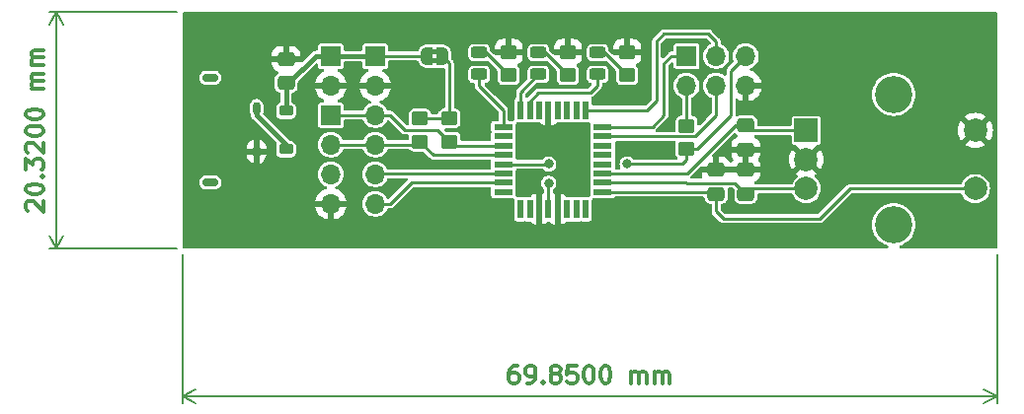
<source format=gtl>
%TF.GenerationSoftware,KiCad,Pcbnew,7.0.2-1.fc38*%
%TF.CreationDate,2023-06-01T20:35:21+02:00*%
%TF.ProjectId,laserhead-distance-sensor,6c617365-7268-4656-9164-2d6469737461,v1.0*%
%TF.SameCoordinates,Original*%
%TF.FileFunction,Copper,L1,Top*%
%TF.FilePolarity,Positive*%
%FSLAX46Y46*%
G04 Gerber Fmt 4.6, Leading zero omitted, Abs format (unit mm)*
G04 Created by KiCad (PCBNEW 7.0.2-1.fc38) date 2023-06-01 20:35:21*
%MOMM*%
%LPD*%
G01*
G04 APERTURE LIST*
G04 Aperture macros list*
%AMRoundRect*
0 Rectangle with rounded corners*
0 $1 Rounding radius*
0 $2 $3 $4 $5 $6 $7 $8 $9 X,Y pos of 4 corners*
0 Add a 4 corners polygon primitive as box body*
4,1,4,$2,$3,$4,$5,$6,$7,$8,$9,$2,$3,0*
0 Add four circle primitives for the rounded corners*
1,1,$1+$1,$2,$3*
1,1,$1+$1,$4,$5*
1,1,$1+$1,$6,$7*
1,1,$1+$1,$8,$9*
0 Add four rect primitives between the rounded corners*
20,1,$1+$1,$2,$3,$4,$5,0*
20,1,$1+$1,$4,$5,$6,$7,0*
20,1,$1+$1,$6,$7,$8,$9,0*
20,1,$1+$1,$8,$9,$2,$3,0*%
%AMFreePoly0*
4,1,19,0.500000,-0.750000,0.000000,-0.750000,0.000000,-0.744911,-0.071157,-0.744911,-0.207708,-0.704816,-0.327430,-0.627875,-0.420627,-0.520320,-0.479746,-0.390866,-0.500000,-0.250000,-0.500000,0.250000,-0.479746,0.390866,-0.420627,0.520320,-0.327430,0.627875,-0.207708,0.704816,-0.071157,0.744911,0.000000,0.744911,0.000000,0.750000,0.500000,0.750000,0.500000,-0.750000,0.500000,-0.750000,
$1*%
%AMFreePoly1*
4,1,19,0.000000,0.744911,0.071157,0.744911,0.207708,0.704816,0.327430,0.627875,0.420627,0.520320,0.479746,0.390866,0.500000,0.250000,0.500000,-0.250000,0.479746,-0.390866,0.420627,-0.520320,0.327430,-0.627875,0.207708,-0.704816,0.071157,-0.744911,0.000000,-0.744911,0.000000,-0.750000,-0.500000,-0.750000,-0.500000,0.750000,0.000000,0.750000,0.000000,0.744911,0.000000,0.744911,
$1*%
G04 Aperture macros list end*
%ADD10C,0.300000*%
%TA.AperFunction,NonConductor*%
%ADD11C,0.300000*%
%TD*%
%TA.AperFunction,NonConductor*%
%ADD12C,0.200000*%
%TD*%
%TA.AperFunction,SMDPad,CuDef*%
%ADD13RoundRect,0.250000X0.450000X-0.350000X0.450000X0.350000X-0.450000X0.350000X-0.450000X-0.350000X0*%
%TD*%
%TA.AperFunction,ComponentPad*%
%ADD14R,2.000000X2.000000*%
%TD*%
%TA.AperFunction,ComponentPad*%
%ADD15C,2.000000*%
%TD*%
%TA.AperFunction,ComponentPad*%
%ADD16C,3.200000*%
%TD*%
%TA.AperFunction,SMDPad,CuDef*%
%ADD17RoundRect,0.250000X0.475000X-0.337500X0.475000X0.337500X-0.475000X0.337500X-0.475000X-0.337500X0*%
%TD*%
%TA.AperFunction,SMDPad,CuDef*%
%ADD18RoundRect,0.243750X-0.456250X0.243750X-0.456250X-0.243750X0.456250X-0.243750X0.456250X0.243750X0*%
%TD*%
%TA.AperFunction,SMDPad,CuDef*%
%ADD19RoundRect,0.225000X-0.375000X0.225000X-0.375000X-0.225000X0.375000X-0.225000X0.375000X0.225000X0*%
%TD*%
%TA.AperFunction,SMDPad,CuDef*%
%ADD20RoundRect,0.250000X-0.475000X0.337500X-0.475000X-0.337500X0.475000X-0.337500X0.475000X0.337500X0*%
%TD*%
%TA.AperFunction,SMDPad,CuDef*%
%ADD21R,0.550000X1.600000*%
%TD*%
%TA.AperFunction,SMDPad,CuDef*%
%ADD22R,1.600000X0.550000*%
%TD*%
%TA.AperFunction,ComponentPad*%
%ADD23O,0.700000X1.100000*%
%TD*%
%TA.AperFunction,ComponentPad*%
%ADD24O,1.400000X0.700000*%
%TD*%
%TA.AperFunction,SMDPad,CuDef*%
%ADD25RoundRect,0.250000X-0.450000X0.350000X-0.450000X-0.350000X0.450000X-0.350000X0.450000X0.350000X0*%
%TD*%
%TA.AperFunction,ComponentPad*%
%ADD26R,1.700000X1.700000*%
%TD*%
%TA.AperFunction,ComponentPad*%
%ADD27O,1.700000X1.700000*%
%TD*%
%TA.AperFunction,SMDPad,CuDef*%
%ADD28FreePoly0,180.000000*%
%TD*%
%TA.AperFunction,SMDPad,CuDef*%
%ADD29FreePoly1,180.000000*%
%TD*%
%TA.AperFunction,ViaPad*%
%ADD30C,0.800000*%
%TD*%
%TA.AperFunction,Conductor*%
%ADD31C,0.250000*%
%TD*%
%TA.AperFunction,Conductor*%
%ADD32C,0.400000*%
%TD*%
G04 APERTURE END LIST*
D10*
D11*
X224290716Y-149793928D02*
X224005001Y-149793928D01*
X224005001Y-149793928D02*
X223862144Y-149865357D01*
X223862144Y-149865357D02*
X223790716Y-149936785D01*
X223790716Y-149936785D02*
X223647858Y-150151071D01*
X223647858Y-150151071D02*
X223576430Y-150436785D01*
X223576430Y-150436785D02*
X223576430Y-151008214D01*
X223576430Y-151008214D02*
X223647858Y-151151071D01*
X223647858Y-151151071D02*
X223719287Y-151222500D01*
X223719287Y-151222500D02*
X223862144Y-151293928D01*
X223862144Y-151293928D02*
X224147858Y-151293928D01*
X224147858Y-151293928D02*
X224290716Y-151222500D01*
X224290716Y-151222500D02*
X224362144Y-151151071D01*
X224362144Y-151151071D02*
X224433573Y-151008214D01*
X224433573Y-151008214D02*
X224433573Y-150651071D01*
X224433573Y-150651071D02*
X224362144Y-150508214D01*
X224362144Y-150508214D02*
X224290716Y-150436785D01*
X224290716Y-150436785D02*
X224147858Y-150365357D01*
X224147858Y-150365357D02*
X223862144Y-150365357D01*
X223862144Y-150365357D02*
X223719287Y-150436785D01*
X223719287Y-150436785D02*
X223647858Y-150508214D01*
X223647858Y-150508214D02*
X223576430Y-150651071D01*
X225147858Y-151293928D02*
X225433572Y-151293928D01*
X225433572Y-151293928D02*
X225576429Y-151222500D01*
X225576429Y-151222500D02*
X225647858Y-151151071D01*
X225647858Y-151151071D02*
X225790715Y-150936785D01*
X225790715Y-150936785D02*
X225862144Y-150651071D01*
X225862144Y-150651071D02*
X225862144Y-150079642D01*
X225862144Y-150079642D02*
X225790715Y-149936785D01*
X225790715Y-149936785D02*
X225719287Y-149865357D01*
X225719287Y-149865357D02*
X225576429Y-149793928D01*
X225576429Y-149793928D02*
X225290715Y-149793928D01*
X225290715Y-149793928D02*
X225147858Y-149865357D01*
X225147858Y-149865357D02*
X225076429Y-149936785D01*
X225076429Y-149936785D02*
X225005001Y-150079642D01*
X225005001Y-150079642D02*
X225005001Y-150436785D01*
X225005001Y-150436785D02*
X225076429Y-150579642D01*
X225076429Y-150579642D02*
X225147858Y-150651071D01*
X225147858Y-150651071D02*
X225290715Y-150722500D01*
X225290715Y-150722500D02*
X225576429Y-150722500D01*
X225576429Y-150722500D02*
X225719287Y-150651071D01*
X225719287Y-150651071D02*
X225790715Y-150579642D01*
X225790715Y-150579642D02*
X225862144Y-150436785D01*
X226505000Y-151151071D02*
X226576429Y-151222500D01*
X226576429Y-151222500D02*
X226505000Y-151293928D01*
X226505000Y-151293928D02*
X226433572Y-151222500D01*
X226433572Y-151222500D02*
X226505000Y-151151071D01*
X226505000Y-151151071D02*
X226505000Y-151293928D01*
X227433572Y-150436785D02*
X227290715Y-150365357D01*
X227290715Y-150365357D02*
X227219286Y-150293928D01*
X227219286Y-150293928D02*
X227147858Y-150151071D01*
X227147858Y-150151071D02*
X227147858Y-150079642D01*
X227147858Y-150079642D02*
X227219286Y-149936785D01*
X227219286Y-149936785D02*
X227290715Y-149865357D01*
X227290715Y-149865357D02*
X227433572Y-149793928D01*
X227433572Y-149793928D02*
X227719286Y-149793928D01*
X227719286Y-149793928D02*
X227862144Y-149865357D01*
X227862144Y-149865357D02*
X227933572Y-149936785D01*
X227933572Y-149936785D02*
X228005001Y-150079642D01*
X228005001Y-150079642D02*
X228005001Y-150151071D01*
X228005001Y-150151071D02*
X227933572Y-150293928D01*
X227933572Y-150293928D02*
X227862144Y-150365357D01*
X227862144Y-150365357D02*
X227719286Y-150436785D01*
X227719286Y-150436785D02*
X227433572Y-150436785D01*
X227433572Y-150436785D02*
X227290715Y-150508214D01*
X227290715Y-150508214D02*
X227219286Y-150579642D01*
X227219286Y-150579642D02*
X227147858Y-150722500D01*
X227147858Y-150722500D02*
X227147858Y-151008214D01*
X227147858Y-151008214D02*
X227219286Y-151151071D01*
X227219286Y-151151071D02*
X227290715Y-151222500D01*
X227290715Y-151222500D02*
X227433572Y-151293928D01*
X227433572Y-151293928D02*
X227719286Y-151293928D01*
X227719286Y-151293928D02*
X227862144Y-151222500D01*
X227862144Y-151222500D02*
X227933572Y-151151071D01*
X227933572Y-151151071D02*
X228005001Y-151008214D01*
X228005001Y-151008214D02*
X228005001Y-150722500D01*
X228005001Y-150722500D02*
X227933572Y-150579642D01*
X227933572Y-150579642D02*
X227862144Y-150508214D01*
X227862144Y-150508214D02*
X227719286Y-150436785D01*
X229362143Y-149793928D02*
X228647857Y-149793928D01*
X228647857Y-149793928D02*
X228576429Y-150508214D01*
X228576429Y-150508214D02*
X228647857Y-150436785D01*
X228647857Y-150436785D02*
X228790715Y-150365357D01*
X228790715Y-150365357D02*
X229147857Y-150365357D01*
X229147857Y-150365357D02*
X229290715Y-150436785D01*
X229290715Y-150436785D02*
X229362143Y-150508214D01*
X229362143Y-150508214D02*
X229433572Y-150651071D01*
X229433572Y-150651071D02*
X229433572Y-151008214D01*
X229433572Y-151008214D02*
X229362143Y-151151071D01*
X229362143Y-151151071D02*
X229290715Y-151222500D01*
X229290715Y-151222500D02*
X229147857Y-151293928D01*
X229147857Y-151293928D02*
X228790715Y-151293928D01*
X228790715Y-151293928D02*
X228647857Y-151222500D01*
X228647857Y-151222500D02*
X228576429Y-151151071D01*
X230362143Y-149793928D02*
X230505000Y-149793928D01*
X230505000Y-149793928D02*
X230647857Y-149865357D01*
X230647857Y-149865357D02*
X230719286Y-149936785D01*
X230719286Y-149936785D02*
X230790714Y-150079642D01*
X230790714Y-150079642D02*
X230862143Y-150365357D01*
X230862143Y-150365357D02*
X230862143Y-150722500D01*
X230862143Y-150722500D02*
X230790714Y-151008214D01*
X230790714Y-151008214D02*
X230719286Y-151151071D01*
X230719286Y-151151071D02*
X230647857Y-151222500D01*
X230647857Y-151222500D02*
X230505000Y-151293928D01*
X230505000Y-151293928D02*
X230362143Y-151293928D01*
X230362143Y-151293928D02*
X230219286Y-151222500D01*
X230219286Y-151222500D02*
X230147857Y-151151071D01*
X230147857Y-151151071D02*
X230076428Y-151008214D01*
X230076428Y-151008214D02*
X230005000Y-150722500D01*
X230005000Y-150722500D02*
X230005000Y-150365357D01*
X230005000Y-150365357D02*
X230076428Y-150079642D01*
X230076428Y-150079642D02*
X230147857Y-149936785D01*
X230147857Y-149936785D02*
X230219286Y-149865357D01*
X230219286Y-149865357D02*
X230362143Y-149793928D01*
X231790714Y-149793928D02*
X231933571Y-149793928D01*
X231933571Y-149793928D02*
X232076428Y-149865357D01*
X232076428Y-149865357D02*
X232147857Y-149936785D01*
X232147857Y-149936785D02*
X232219285Y-150079642D01*
X232219285Y-150079642D02*
X232290714Y-150365357D01*
X232290714Y-150365357D02*
X232290714Y-150722500D01*
X232290714Y-150722500D02*
X232219285Y-151008214D01*
X232219285Y-151008214D02*
X232147857Y-151151071D01*
X232147857Y-151151071D02*
X232076428Y-151222500D01*
X232076428Y-151222500D02*
X231933571Y-151293928D01*
X231933571Y-151293928D02*
X231790714Y-151293928D01*
X231790714Y-151293928D02*
X231647857Y-151222500D01*
X231647857Y-151222500D02*
X231576428Y-151151071D01*
X231576428Y-151151071D02*
X231504999Y-151008214D01*
X231504999Y-151008214D02*
X231433571Y-150722500D01*
X231433571Y-150722500D02*
X231433571Y-150365357D01*
X231433571Y-150365357D02*
X231504999Y-150079642D01*
X231504999Y-150079642D02*
X231576428Y-149936785D01*
X231576428Y-149936785D02*
X231647857Y-149865357D01*
X231647857Y-149865357D02*
X231790714Y-149793928D01*
X234076427Y-151293928D02*
X234076427Y-150293928D01*
X234076427Y-150436785D02*
X234147856Y-150365357D01*
X234147856Y-150365357D02*
X234290713Y-150293928D01*
X234290713Y-150293928D02*
X234504999Y-150293928D01*
X234504999Y-150293928D02*
X234647856Y-150365357D01*
X234647856Y-150365357D02*
X234719285Y-150508214D01*
X234719285Y-150508214D02*
X234719285Y-151293928D01*
X234719285Y-150508214D02*
X234790713Y-150365357D01*
X234790713Y-150365357D02*
X234933570Y-150293928D01*
X234933570Y-150293928D02*
X235147856Y-150293928D01*
X235147856Y-150293928D02*
X235290713Y-150365357D01*
X235290713Y-150365357D02*
X235362142Y-150508214D01*
X235362142Y-150508214D02*
X235362142Y-151293928D01*
X236076427Y-151293928D02*
X236076427Y-150293928D01*
X236076427Y-150436785D02*
X236147856Y-150365357D01*
X236147856Y-150365357D02*
X236290713Y-150293928D01*
X236290713Y-150293928D02*
X236504999Y-150293928D01*
X236504999Y-150293928D02*
X236647856Y-150365357D01*
X236647856Y-150365357D02*
X236719285Y-150508214D01*
X236719285Y-150508214D02*
X236719285Y-151293928D01*
X236719285Y-150508214D02*
X236790713Y-150365357D01*
X236790713Y-150365357D02*
X236933570Y-150293928D01*
X236933570Y-150293928D02*
X237147856Y-150293928D01*
X237147856Y-150293928D02*
X237290713Y-150365357D01*
X237290713Y-150365357D02*
X237362142Y-150508214D01*
X237362142Y-150508214D02*
X237362142Y-151293928D01*
D12*
X265430000Y-140200000D02*
X265430000Y-152986420D01*
X195580000Y-140200000D02*
X195580000Y-152986420D01*
X265430000Y-152400000D02*
X195580000Y-152400000D01*
X265430000Y-152400000D02*
X195580000Y-152400000D01*
X265430000Y-152400000D02*
X264303496Y-152986421D01*
X265430000Y-152400000D02*
X264303496Y-151813579D01*
X195580000Y-152400000D02*
X196706504Y-151813579D01*
X195580000Y-152400000D02*
X196706504Y-152986421D01*
D10*
D11*
X182321785Y-136468569D02*
X182250357Y-136397141D01*
X182250357Y-136397141D02*
X182178928Y-136254284D01*
X182178928Y-136254284D02*
X182178928Y-135897141D01*
X182178928Y-135897141D02*
X182250357Y-135754284D01*
X182250357Y-135754284D02*
X182321785Y-135682855D01*
X182321785Y-135682855D02*
X182464642Y-135611426D01*
X182464642Y-135611426D02*
X182607500Y-135611426D01*
X182607500Y-135611426D02*
X182821785Y-135682855D01*
X182821785Y-135682855D02*
X183678928Y-136539998D01*
X183678928Y-136539998D02*
X183678928Y-135611426D01*
X182178928Y-134682855D02*
X182178928Y-134539998D01*
X182178928Y-134539998D02*
X182250357Y-134397141D01*
X182250357Y-134397141D02*
X182321785Y-134325713D01*
X182321785Y-134325713D02*
X182464642Y-134254284D01*
X182464642Y-134254284D02*
X182750357Y-134182855D01*
X182750357Y-134182855D02*
X183107500Y-134182855D01*
X183107500Y-134182855D02*
X183393214Y-134254284D01*
X183393214Y-134254284D02*
X183536071Y-134325713D01*
X183536071Y-134325713D02*
X183607500Y-134397141D01*
X183607500Y-134397141D02*
X183678928Y-134539998D01*
X183678928Y-134539998D02*
X183678928Y-134682855D01*
X183678928Y-134682855D02*
X183607500Y-134825713D01*
X183607500Y-134825713D02*
X183536071Y-134897141D01*
X183536071Y-134897141D02*
X183393214Y-134968570D01*
X183393214Y-134968570D02*
X183107500Y-135039998D01*
X183107500Y-135039998D02*
X182750357Y-135039998D01*
X182750357Y-135039998D02*
X182464642Y-134968570D01*
X182464642Y-134968570D02*
X182321785Y-134897141D01*
X182321785Y-134897141D02*
X182250357Y-134825713D01*
X182250357Y-134825713D02*
X182178928Y-134682855D01*
X183536071Y-133539999D02*
X183607500Y-133468570D01*
X183607500Y-133468570D02*
X183678928Y-133539999D01*
X183678928Y-133539999D02*
X183607500Y-133611427D01*
X183607500Y-133611427D02*
X183536071Y-133539999D01*
X183536071Y-133539999D02*
X183678928Y-133539999D01*
X182178928Y-132968570D02*
X182178928Y-132039998D01*
X182178928Y-132039998D02*
X182750357Y-132539998D01*
X182750357Y-132539998D02*
X182750357Y-132325713D01*
X182750357Y-132325713D02*
X182821785Y-132182856D01*
X182821785Y-132182856D02*
X182893214Y-132111427D01*
X182893214Y-132111427D02*
X183036071Y-132039998D01*
X183036071Y-132039998D02*
X183393214Y-132039998D01*
X183393214Y-132039998D02*
X183536071Y-132111427D01*
X183536071Y-132111427D02*
X183607500Y-132182856D01*
X183607500Y-132182856D02*
X183678928Y-132325713D01*
X183678928Y-132325713D02*
X183678928Y-132754284D01*
X183678928Y-132754284D02*
X183607500Y-132897141D01*
X183607500Y-132897141D02*
X183536071Y-132968570D01*
X182321785Y-131468570D02*
X182250357Y-131397142D01*
X182250357Y-131397142D02*
X182178928Y-131254285D01*
X182178928Y-131254285D02*
X182178928Y-130897142D01*
X182178928Y-130897142D02*
X182250357Y-130754285D01*
X182250357Y-130754285D02*
X182321785Y-130682856D01*
X182321785Y-130682856D02*
X182464642Y-130611427D01*
X182464642Y-130611427D02*
X182607500Y-130611427D01*
X182607500Y-130611427D02*
X182821785Y-130682856D01*
X182821785Y-130682856D02*
X183678928Y-131539999D01*
X183678928Y-131539999D02*
X183678928Y-130611427D01*
X182178928Y-129682856D02*
X182178928Y-129539999D01*
X182178928Y-129539999D02*
X182250357Y-129397142D01*
X182250357Y-129397142D02*
X182321785Y-129325714D01*
X182321785Y-129325714D02*
X182464642Y-129254285D01*
X182464642Y-129254285D02*
X182750357Y-129182856D01*
X182750357Y-129182856D02*
X183107500Y-129182856D01*
X183107500Y-129182856D02*
X183393214Y-129254285D01*
X183393214Y-129254285D02*
X183536071Y-129325714D01*
X183536071Y-129325714D02*
X183607500Y-129397142D01*
X183607500Y-129397142D02*
X183678928Y-129539999D01*
X183678928Y-129539999D02*
X183678928Y-129682856D01*
X183678928Y-129682856D02*
X183607500Y-129825714D01*
X183607500Y-129825714D02*
X183536071Y-129897142D01*
X183536071Y-129897142D02*
X183393214Y-129968571D01*
X183393214Y-129968571D02*
X183107500Y-130039999D01*
X183107500Y-130039999D02*
X182750357Y-130039999D01*
X182750357Y-130039999D02*
X182464642Y-129968571D01*
X182464642Y-129968571D02*
X182321785Y-129897142D01*
X182321785Y-129897142D02*
X182250357Y-129825714D01*
X182250357Y-129825714D02*
X182178928Y-129682856D01*
X182178928Y-128254285D02*
X182178928Y-128111428D01*
X182178928Y-128111428D02*
X182250357Y-127968571D01*
X182250357Y-127968571D02*
X182321785Y-127897143D01*
X182321785Y-127897143D02*
X182464642Y-127825714D01*
X182464642Y-127825714D02*
X182750357Y-127754285D01*
X182750357Y-127754285D02*
X183107500Y-127754285D01*
X183107500Y-127754285D02*
X183393214Y-127825714D01*
X183393214Y-127825714D02*
X183536071Y-127897143D01*
X183536071Y-127897143D02*
X183607500Y-127968571D01*
X183607500Y-127968571D02*
X183678928Y-128111428D01*
X183678928Y-128111428D02*
X183678928Y-128254285D01*
X183678928Y-128254285D02*
X183607500Y-128397143D01*
X183607500Y-128397143D02*
X183536071Y-128468571D01*
X183536071Y-128468571D02*
X183393214Y-128540000D01*
X183393214Y-128540000D02*
X183107500Y-128611428D01*
X183107500Y-128611428D02*
X182750357Y-128611428D01*
X182750357Y-128611428D02*
X182464642Y-128540000D01*
X182464642Y-128540000D02*
X182321785Y-128468571D01*
X182321785Y-128468571D02*
X182250357Y-128397143D01*
X182250357Y-128397143D02*
X182178928Y-128254285D01*
X183678928Y-125968572D02*
X182678928Y-125968572D01*
X182821785Y-125968572D02*
X182750357Y-125897143D01*
X182750357Y-125897143D02*
X182678928Y-125754286D01*
X182678928Y-125754286D02*
X182678928Y-125540000D01*
X182678928Y-125540000D02*
X182750357Y-125397143D01*
X182750357Y-125397143D02*
X182893214Y-125325715D01*
X182893214Y-125325715D02*
X183678928Y-125325715D01*
X182893214Y-125325715D02*
X182750357Y-125254286D01*
X182750357Y-125254286D02*
X182678928Y-125111429D01*
X182678928Y-125111429D02*
X182678928Y-124897143D01*
X182678928Y-124897143D02*
X182750357Y-124754286D01*
X182750357Y-124754286D02*
X182893214Y-124682857D01*
X182893214Y-124682857D02*
X183678928Y-124682857D01*
X183678928Y-123968572D02*
X182678928Y-123968572D01*
X182821785Y-123968572D02*
X182750357Y-123897143D01*
X182750357Y-123897143D02*
X182678928Y-123754286D01*
X182678928Y-123754286D02*
X182678928Y-123540000D01*
X182678928Y-123540000D02*
X182750357Y-123397143D01*
X182750357Y-123397143D02*
X182893214Y-123325715D01*
X182893214Y-123325715D02*
X183678928Y-123325715D01*
X182893214Y-123325715D02*
X182750357Y-123254286D01*
X182750357Y-123254286D02*
X182678928Y-123111429D01*
X182678928Y-123111429D02*
X182678928Y-122897143D01*
X182678928Y-122897143D02*
X182750357Y-122754286D01*
X182750357Y-122754286D02*
X182893214Y-122682857D01*
X182893214Y-122682857D02*
X183678928Y-122682857D01*
D12*
X195080000Y-119380000D02*
X184198580Y-119380000D01*
X195080000Y-139700000D02*
X184198580Y-139700000D01*
X184785000Y-119380000D02*
X184785000Y-139700000D01*
X184785000Y-119380000D02*
X184785000Y-139700000D01*
X184785000Y-119380000D02*
X185371421Y-120506504D01*
X184785000Y-119380000D02*
X184198579Y-120506504D01*
X184785000Y-139700000D02*
X184198579Y-138573496D01*
X184785000Y-139700000D02*
X185371421Y-138573496D01*
%TA.AperFunction,EtchedComponent*%
%TO.C,JP1*%
G36*
X217452500Y-123790000D02*
G01*
X216952500Y-123790000D01*
X216952500Y-123390000D01*
X217452500Y-123390000D01*
X217452500Y-123790000D01*
G37*
%TD.AperFunction*%
%TA.AperFunction,EtchedComponent*%
G36*
X217452500Y-122990000D02*
G01*
X216952500Y-122990000D01*
X216952500Y-122590000D01*
X217452500Y-122590000D01*
X217452500Y-122990000D01*
G37*
%TD.AperFunction*%
%TD*%
D13*
%TO.P,R4,1*%
%TO.N,Net-(D2-K)*%
X233712500Y-124825000D03*
%TO.P,R4,2*%
%TO.N,GND*%
X233712500Y-122825000D03*
%TD*%
D14*
%TO.P,SW1,A,A*%
%TO.N,RE_CLK*%
X249068500Y-129580000D03*
D15*
%TO.P,SW1,B,B*%
%TO.N,RE_DATA*%
X249068500Y-134580000D03*
%TO.P,SW1,C,C*%
%TO.N,GND*%
X249068500Y-132080000D03*
D16*
%TO.P,SW1,MP*%
%TO.N,N/C*%
X256568500Y-126480000D03*
X256568500Y-137680000D03*
D15*
%TO.P,SW1,S1,S1*%
%TO.N,RE_SWITCH*%
X263568500Y-134580000D03*
%TO.P,SW1,S2,S2*%
%TO.N,GND*%
X263568500Y-129580000D03*
%TD*%
D17*
%TO.P,C4,1*%
%TO.N,VCC*%
X204470000Y-125497500D03*
%TO.P,C4,2*%
%TO.N,GND*%
X204470000Y-123422500D03*
%TD*%
D18*
%TO.P,D2,1,K*%
%TO.N,Net-(D2-K)*%
X231172500Y-122887500D03*
%TO.P,D2,2,A*%
%TO.N,LED0*%
X231172500Y-124762500D03*
%TD*%
D19*
%TO.P,D1,1,K*%
%TO.N,VCC*%
X204470000Y-127890000D03*
%TO.P,D1,2,A*%
%TO.N,Net-(D1-A)*%
X204470000Y-131190000D03*
%TD*%
D20*
%TO.P,C1,1*%
%TO.N,RE_CLK*%
X243872500Y-129137500D03*
%TO.P,C1,2*%
%TO.N,GND*%
X243872500Y-131212500D03*
%TD*%
D21*
%TO.P,U1,1,PD3*%
%TO.N,unconnected-(U1-PD3-Pad1)*%
X224562500Y-136330000D03*
%TO.P,U1,2,PD4*%
%TO.N,unconnected-(U1-PD4-Pad2)*%
X225362500Y-136330000D03*
%TO.P,U1,3,GND*%
%TO.N,GND*%
X226162500Y-136330000D03*
%TO.P,U1,4,VCC*%
%TO.N,VCC*%
X226962500Y-136330000D03*
%TO.P,U1,5,GND*%
%TO.N,GND*%
X227762500Y-136330000D03*
%TO.P,U1,6,VCC*%
%TO.N,VCC*%
X228562500Y-136330000D03*
%TO.P,U1,7,XTAL1/PB6*%
%TO.N,unconnected-(U1-XTAL1{slash}PB6-Pad7)*%
X229362500Y-136330000D03*
%TO.P,U1,8,XTAL2/PB7*%
%TO.N,unconnected-(U1-XTAL2{slash}PB7-Pad8)*%
X230162500Y-136330000D03*
D22*
%TO.P,U1,9,PD5*%
%TO.N,RE_SWITCH*%
X231612500Y-134880000D03*
%TO.P,U1,10,PD6*%
%TO.N,RE_DATA*%
X231612500Y-134080000D03*
%TO.P,U1,11,PD7*%
%TO.N,RE_CLK*%
X231612500Y-133280000D03*
%TO.P,U1,12,PB0*%
%TO.N,unconnected-(U1-PB0-Pad12)*%
X231612500Y-132480000D03*
%TO.P,U1,13,PB1*%
%TO.N,unconnected-(U1-PB1-Pad13)*%
X231612500Y-131680000D03*
%TO.P,U1,14,PB2*%
%TO.N,unconnected-(U1-PB2-Pad14)*%
X231612500Y-130880000D03*
%TO.P,U1,15,PB3*%
%TO.N,MOSI*%
X231612500Y-130080000D03*
%TO.P,U1,16,PB4*%
%TO.N,MISO*%
X231612500Y-129280000D03*
D21*
%TO.P,U1,17,PB5*%
%TO.N,SCK*%
X230162500Y-127830000D03*
%TO.P,U1,18,AVCC*%
%TO.N,unconnected-(U1-AVCC-Pad18)*%
X229362500Y-127830000D03*
%TO.P,U1,19,ADC6*%
%TO.N,unconnected-(U1-ADC6-Pad19)*%
X228562500Y-127830000D03*
%TO.P,U1,20,AREF*%
%TO.N,unconnected-(U1-AREF-Pad20)*%
X227762500Y-127830000D03*
%TO.P,U1,21,GND*%
%TO.N,GND*%
X226962500Y-127830000D03*
%TO.P,U1,22,ADC7*%
%TO.N,unconnected-(U1-ADC7-Pad22)*%
X226162500Y-127830000D03*
%TO.P,U1,23,PC0*%
%TO.N,LED0*%
X225362500Y-127830000D03*
%TO.P,U1,24,PC1*%
%TO.N,LED1*%
X224562500Y-127830000D03*
D22*
%TO.P,U1,25,PC2*%
%TO.N,LED2*%
X223112500Y-129280000D03*
%TO.P,U1,26,PC3*%
%TO.N,unconnected-(U1-PC3-Pad26)*%
X223112500Y-130080000D03*
%TO.P,U1,27,PC4*%
%TO.N,SDA*%
X223112500Y-130880000D03*
%TO.P,U1,28,PC5*%
%TO.N,SCL*%
X223112500Y-131680000D03*
%TO.P,U1,29,~{RESET}/PC6*%
%TO.N,~RESET*%
X223112500Y-132480000D03*
%TO.P,U1,30,PD0*%
%TO.N,INT*%
X223112500Y-133280000D03*
%TO.P,U1,31,PD1*%
%TO.N,XSHUT*%
X223112500Y-134080000D03*
%TO.P,U1,32,PD2*%
%TO.N,unconnected-(U1-PD2-Pad32)*%
X223112500Y-134880000D03*
%TD*%
D13*
%TO.P,R6,1*%
%TO.N,Net-(D4-K)*%
X223552500Y-124825000D03*
%TO.P,R6,2*%
%TO.N,GND*%
X223552500Y-122825000D03*
%TD*%
D17*
%TO.P,C2,1*%
%TO.N,RE_DATA*%
X243872500Y-135022500D03*
%TO.P,C2,2*%
%TO.N,GND*%
X243872500Y-132947500D03*
%TD*%
D23*
%TO.P,J2,1,Pin_1*%
%TO.N,Net-(D1-A)*%
X201930000Y-127690000D03*
%TO.P,J2,2,Pin_2*%
%TO.N,GND*%
X201930000Y-131390000D03*
D24*
%TO.P,J2,3,Pin_3*%
%TO.N,unconnected-(J2-Pin_3-Pad3)*%
X197980000Y-134040000D03*
X197980000Y-125040000D03*
%TD*%
D25*
%TO.P,R1,1*%
%TO.N,VCC*%
X238792500Y-129175000D03*
%TO.P,R1,2*%
%TO.N,~RESET*%
X238792500Y-131175000D03*
%TD*%
D18*
%TO.P,D3,1,K*%
%TO.N,Net-(D3-K)*%
X226092500Y-122887500D03*
%TO.P,D3,2,A*%
%TO.N,LED1*%
X226092500Y-124762500D03*
%TD*%
D13*
%TO.P,R5,1*%
%TO.N,Net-(D3-K)*%
X228632500Y-124825000D03*
%TO.P,R5,2*%
%TO.N,GND*%
X228632500Y-122825000D03*
%TD*%
D18*
%TO.P,D4,1,K*%
%TO.N,Net-(D4-K)*%
X221012500Y-122887500D03*
%TO.P,D4,2,A*%
%TO.N,LED2*%
X221012500Y-124762500D03*
%TD*%
D25*
%TO.P,R3,1*%
%TO.N,Net-(JP1-A)*%
X218472500Y-128540000D03*
%TO.P,R3,2*%
%TO.N,SDA*%
X218472500Y-130540000D03*
%TD*%
%TO.P,R2,1*%
%TO.N,Net-(JP1-A)*%
X215932500Y-128540000D03*
%TO.P,R2,2*%
%TO.N,SCL*%
X215932500Y-130540000D03*
%TD*%
D17*
%TO.P,C3,1*%
%TO.N,RE_SWITCH*%
X241332500Y-135022500D03*
%TO.P,C3,2*%
%TO.N,GND*%
X241332500Y-132947500D03*
%TD*%
D26*
%TO.P,J5,1,Pin_1*%
%TO.N,VCC*%
X208312500Y-123185000D03*
D27*
%TO.P,J5,2,Pin_2*%
%TO.N,GND*%
X208312500Y-125725000D03*
%TD*%
D28*
%TO.P,JP1,1,A*%
%TO.N,Net-(JP1-A)*%
X217852500Y-123190000D03*
D29*
%TO.P,JP1,2,B*%
%TO.N,VCC*%
X216552500Y-123190000D03*
%TD*%
D26*
%TO.P,J1,1,Pin_1*%
%TO.N,SDA*%
X208312500Y-128270000D03*
D27*
%TO.P,J1,2,Pin_2*%
%TO.N,SCL*%
X208312500Y-130810000D03*
%TO.P,J1,3,Pin_3*%
%TO.N,VCC*%
X208312500Y-133350000D03*
%TO.P,J1,4,Pin_4*%
%TO.N,GND*%
X208312500Y-135890000D03*
%TD*%
D26*
%TO.P,J3,1,Pin_1*%
%TO.N,VCC*%
X212122500Y-123190000D03*
D27*
%TO.P,J3,2,Pin_2*%
%TO.N,GND*%
X212122500Y-125730000D03*
%TO.P,J3,3,Pin_3*%
%TO.N,SDA*%
X212122500Y-128270000D03*
%TO.P,J3,4,Pin_4*%
%TO.N,SCL*%
X212122500Y-130810000D03*
%TO.P,J3,5,Pin_5*%
%TO.N,INT*%
X212122500Y-133350000D03*
%TO.P,J3,6,Pin_6*%
%TO.N,XSHUT*%
X212122500Y-135890000D03*
%TD*%
D26*
%TO.P,J4,1,Pin_1*%
%TO.N,MISO*%
X238807500Y-123185000D03*
D27*
%TO.P,J4,2,Pin_2*%
%TO.N,VCC*%
X238807500Y-125725000D03*
%TO.P,J4,3,Pin_3*%
%TO.N,SCK*%
X241347500Y-123185000D03*
%TO.P,J4,4,Pin_4*%
%TO.N,MOSI*%
X241347500Y-125725000D03*
%TO.P,J4,5,Pin_5*%
%TO.N,~RESET*%
X243887500Y-123185000D03*
%TO.P,J4,6,Pin_6*%
%TO.N,GND*%
X243887500Y-125725000D03*
%TD*%
D30*
%TO.N,VCC*%
X226981500Y-134112000D03*
%TO.N,~RESET*%
X233712500Y-132461000D03*
X226981500Y-132461000D03*
%TD*%
D31*
%TO.N,RE_CLK*%
X238862500Y-133280000D02*
X243005000Y-129137500D01*
X243005000Y-129137500D02*
X243872500Y-129137500D01*
X244315000Y-129580000D02*
X243872500Y-129137500D01*
X231612500Y-133280000D02*
X238862500Y-133280000D01*
X249068500Y-129580000D02*
X244315000Y-129580000D01*
%TO.N,GND*%
X212117500Y-125725000D02*
X212122500Y-125730000D01*
%TO.N,RE_DATA*%
X242960000Y-134110000D02*
X243872500Y-135022500D01*
X231612500Y-134080000D02*
X238792500Y-134080000D01*
X244315000Y-134580000D02*
X243872500Y-135022500D01*
X238792500Y-134080000D02*
X238822500Y-134110000D01*
X249068500Y-134580000D02*
X244315000Y-134580000D01*
X238822500Y-134110000D02*
X242960000Y-134110000D01*
%TO.N,RE_SWITCH*%
X263822500Y-134580000D02*
X252802500Y-134580000D01*
X241967500Y-137160000D02*
X241332500Y-136525000D01*
X231612500Y-134880000D02*
X241190000Y-134880000D01*
X250222500Y-137160000D02*
X241967500Y-137160000D01*
X252802500Y-134580000D02*
X250222500Y-137160000D01*
X241190000Y-134880000D02*
X241332500Y-135022500D01*
X241332500Y-136525000D02*
X241332500Y-135022500D01*
D32*
%TO.N,VCC*%
X212122500Y-123190000D02*
X208317500Y-123190000D01*
D31*
X226962500Y-136330000D02*
X226962500Y-134131000D01*
X238792500Y-125730000D02*
X238792500Y-128530000D01*
D32*
X204470000Y-125497500D02*
X204470000Y-127890000D01*
D31*
X216552500Y-123190000D02*
X212122500Y-123190000D01*
D32*
X204470000Y-125497500D02*
X204702500Y-125497500D01*
X204702500Y-125497500D02*
X207015000Y-123185000D01*
D31*
X226962500Y-134131000D02*
X226981500Y-134112000D01*
X238792500Y-128530000D02*
X238777500Y-128545000D01*
D32*
X207015000Y-123185000D02*
X208312500Y-123185000D01*
X204302500Y-127690000D02*
X204502500Y-127890000D01*
D31*
%TO.N,SDA*%
X214662500Y-129540000D02*
X217472500Y-129540000D01*
X212122500Y-128270000D02*
X208312500Y-128270000D01*
X213392500Y-128270000D02*
X214662500Y-129540000D01*
X212122500Y-128270000D02*
X213392500Y-128270000D01*
X223112500Y-130880000D02*
X218812500Y-130880000D01*
X217472500Y-129540000D02*
X218472500Y-130540000D01*
X218812500Y-130880000D02*
X218472500Y-130540000D01*
%TO.N,SCK*%
X236237500Y-127005000D02*
X235412500Y-127830000D01*
X241332500Y-123190000D02*
X241332500Y-121940000D01*
X241332500Y-121940000D02*
X240682500Y-121290000D01*
X235412500Y-127830000D02*
X230162500Y-127830000D01*
X236872500Y-121290000D02*
X236237500Y-121925000D01*
X240682500Y-121290000D02*
X236872500Y-121290000D01*
X236237500Y-121925000D02*
X236237500Y-127005000D01*
%TO.N,INT*%
X223112500Y-133280000D02*
X212192500Y-133280000D01*
X212192500Y-133280000D02*
X212122500Y-133350000D01*
%TO.N,XSHUT*%
X223112500Y-134080000D02*
X215202500Y-134080000D01*
X215202500Y-134080000D02*
X213392500Y-135890000D01*
X213392500Y-135890000D02*
X212122500Y-135890000D01*
%TO.N,Net-(JP1-A)*%
X218472500Y-128540000D02*
X215932500Y-128540000D01*
X218472500Y-128540000D02*
X218472500Y-123810000D01*
X218472500Y-123810000D02*
X217852500Y-123190000D01*
%TO.N,~RESET*%
X242602500Y-128271396D02*
X242602500Y-127000000D01*
X238792500Y-132080000D02*
X238792500Y-131175000D01*
X233712500Y-132461000D02*
X238411500Y-132461000D01*
X239698896Y-131175000D02*
X242602500Y-128271396D01*
X223112500Y-132480000D02*
X226962500Y-132480000D01*
X242602500Y-127000000D02*
X242602500Y-124470000D01*
X238411500Y-132461000D02*
X238792500Y-132080000D01*
X242602500Y-124470000D02*
X243887500Y-123185000D01*
X226962500Y-132480000D02*
X226981500Y-132461000D01*
X238792500Y-131175000D02*
X239698896Y-131175000D01*
%TO.N,SCL*%
X215662500Y-130810000D02*
X212122500Y-130810000D01*
X215932500Y-130540000D02*
X215662500Y-130810000D01*
X212122500Y-130810000D02*
X208312500Y-130810000D01*
X223112500Y-131680000D02*
X217072500Y-131680000D01*
X217072500Y-131680000D02*
X215932500Y-130540000D01*
%TO.N,MISO*%
X235862500Y-129285000D02*
X235857500Y-129280000D01*
X236872500Y-123830000D02*
X236872500Y-128275000D01*
X236872500Y-128275000D02*
X235862500Y-129285000D01*
X237512500Y-123190000D02*
X236872500Y-123830000D01*
X238792500Y-123190000D02*
X237512500Y-123190000D01*
X235857500Y-129280000D02*
X231612500Y-129280000D01*
%TO.N,MOSI*%
X241347500Y-128255000D02*
X241347500Y-125725000D01*
X231612500Y-130080000D02*
X231632500Y-130100000D01*
X239502500Y-130100000D02*
X241347500Y-128255000D01*
X231632500Y-130100000D02*
X239502500Y-130100000D01*
%TO.N,Net-(D2-K)*%
X231172500Y-122887500D02*
X231775000Y-122887500D01*
X231775000Y-122887500D02*
X233712500Y-124825000D01*
%TO.N,LED0*%
X230537500Y-126365000D02*
X226092500Y-126365000D01*
X225362500Y-127095000D02*
X225362500Y-127830000D01*
X226092500Y-126365000D02*
X225362500Y-127095000D01*
X231172500Y-125730000D02*
X230537500Y-126365000D01*
X231172500Y-124762500D02*
X231172500Y-125730000D01*
%TO.N,Net-(D3-K)*%
X226695000Y-122887500D02*
X228632500Y-124825000D01*
X226092500Y-122887500D02*
X226695000Y-122887500D01*
%TO.N,LED1*%
X226092500Y-124762500D02*
X224562500Y-126292500D01*
X224562500Y-126292500D02*
X224562500Y-127830000D01*
%TO.N,Net-(D4-K)*%
X221012500Y-122887500D02*
X221615000Y-122887500D01*
X221615000Y-122887500D02*
X223552500Y-124825000D01*
%TO.N,LED2*%
X221012500Y-125730000D02*
X223112500Y-127830000D01*
X221012500Y-124762500D02*
X221012500Y-125730000D01*
X223112500Y-127830000D02*
X223112500Y-129280000D01*
D32*
%TO.N,Net-(D1-A)*%
X201930000Y-128270000D02*
X201930000Y-127690000D01*
X204470000Y-131190000D02*
X204470000Y-130810000D01*
X204470000Y-130810000D02*
X201930000Y-128270000D01*
%TD*%
%TA.AperFunction,Conductor*%
%TO.N,GND*%
G36*
X242984644Y-129798714D02*
G01*
X243021356Y-129826196D01*
X243022592Y-129824547D01*
X243167735Y-129933198D01*
X243167444Y-129933585D01*
X243208458Y-129964287D01*
X243233269Y-130030808D01*
X243218178Y-130100182D01*
X243167976Y-130150384D01*
X243147223Y-130159401D01*
X243074977Y-130183340D01*
X242924157Y-130276367D01*
X242798867Y-130401657D01*
X242705840Y-130552477D01*
X242650106Y-130720672D01*
X242639825Y-130821307D01*
X242639500Y-130827697D01*
X242639500Y-130958500D01*
X245105500Y-130958500D01*
X245105500Y-130827697D01*
X245105174Y-130821307D01*
X245094893Y-130720672D01*
X245039159Y-130552477D01*
X244946132Y-130401657D01*
X244820842Y-130276367D01*
X244685262Y-130192741D01*
X244637784Y-130139955D01*
X244626381Y-130069880D01*
X244654673Y-130004765D01*
X244713678Y-129965282D01*
X244751409Y-129959500D01*
X247688001Y-129959500D01*
X247756122Y-129979502D01*
X247802615Y-130033158D01*
X247814001Y-130085500D01*
X247814001Y-130605068D01*
X247828765Y-130679300D01*
X247885015Y-130763484D01*
X247904862Y-130776745D01*
X247969199Y-130819734D01*
X248043433Y-130834500D01*
X248130020Y-130834499D01*
X248198138Y-130854500D01*
X248219113Y-130871404D01*
X248940911Y-131593202D01*
X248926185Y-131595320D01*
X248795400Y-131655048D01*
X248686739Y-131749202D01*
X248609007Y-131870156D01*
X248584139Y-131954848D01*
X247835398Y-131206107D01*
X247835396Y-131206107D01*
X247720707Y-131393264D01*
X247629872Y-131612559D01*
X247574460Y-131843366D01*
X247555837Y-132080000D01*
X247574460Y-132316633D01*
X247629872Y-132547440D01*
X247720708Y-132766738D01*
X247835396Y-132953891D01*
X247835397Y-132953891D01*
X248584138Y-132205150D01*
X248609007Y-132289844D01*
X248686739Y-132410798D01*
X248795400Y-132504952D01*
X248926185Y-132564680D01*
X248940912Y-132566797D01*
X248194607Y-133313101D01*
X248295284Y-133374796D01*
X248342915Y-133427444D01*
X248354522Y-133497485D01*
X248326419Y-133562683D01*
X248301721Y-133585441D01*
X248259041Y-133615326D01*
X248103828Y-133770539D01*
X247977920Y-133950354D01*
X247895201Y-134127749D01*
X247848284Y-134181035D01*
X247781006Y-134200500D01*
X244751409Y-134200500D01*
X244683288Y-134180498D01*
X244636795Y-134126842D01*
X244626691Y-134056568D01*
X244656185Y-133991988D01*
X244685262Y-133967259D01*
X244820842Y-133883632D01*
X244946132Y-133758342D01*
X245039159Y-133607522D01*
X245094893Y-133439327D01*
X245105174Y-133338692D01*
X245105500Y-133332302D01*
X245105500Y-133201500D01*
X240099500Y-133201500D01*
X240099500Y-133332302D01*
X240099825Y-133338692D01*
X240110106Y-133439323D01*
X240151707Y-133564867D01*
X240154147Y-133635822D01*
X240117839Y-133696832D01*
X240054310Y-133728527D01*
X240032102Y-133730500D01*
X239252884Y-133730500D01*
X239184763Y-133710498D01*
X239138270Y-133656842D01*
X239128166Y-133586568D01*
X239157660Y-133521988D01*
X239163788Y-133515405D01*
X239533014Y-133146179D01*
X239953502Y-132725690D01*
X240015813Y-132691667D01*
X240047309Y-132693919D01*
X240047309Y-132693500D01*
X241078500Y-132693500D01*
X241586500Y-132693500D01*
X243618500Y-132693500D01*
X243618500Y-131466500D01*
X244126500Y-131466500D01*
X244126500Y-132693500D01*
X245105500Y-132693500D01*
X245105500Y-132562697D01*
X245105174Y-132556307D01*
X245094893Y-132455672D01*
X245039159Y-132287478D01*
X244951985Y-132146147D01*
X244933248Y-132077668D01*
X244951985Y-132013853D01*
X245039159Y-131872521D01*
X245094893Y-131704327D01*
X245105174Y-131603692D01*
X245105500Y-131597302D01*
X245105500Y-131466500D01*
X244126500Y-131466500D01*
X243618500Y-131466500D01*
X242639500Y-131466500D01*
X242639500Y-131597302D01*
X242639825Y-131603692D01*
X242650106Y-131704327D01*
X242705840Y-131872522D01*
X242793014Y-132013852D01*
X242811751Y-132082332D01*
X242793014Y-132146145D01*
X242709741Y-132281153D01*
X242656956Y-132328632D01*
X242586881Y-132340035D01*
X242521765Y-132311743D01*
X242495259Y-132281154D01*
X242406132Y-132136657D01*
X242280842Y-132011367D01*
X242130022Y-131918340D01*
X241961827Y-131862606D01*
X241861192Y-131852325D01*
X241854803Y-131852000D01*
X241586500Y-131852000D01*
X241586500Y-132693500D01*
X241078500Y-132693500D01*
X241078500Y-131851999D01*
X241041942Y-131815441D01*
X241007916Y-131753129D01*
X241012981Y-131682314D01*
X241041942Y-131637251D01*
X241946357Y-130732836D01*
X242851519Y-129827673D01*
X242913829Y-129793650D01*
X242984644Y-129798714D01*
G37*
%TD.AperFunction*%
%TA.AperFunction,Conductor*%
G36*
X215770168Y-123589502D02*
G01*
X215816661Y-123643158D01*
X215822943Y-123660001D01*
X215831784Y-123690112D01*
X215891511Y-123820892D01*
X215891512Y-123820895D01*
X215898259Y-123831394D01*
X215931439Y-123883025D01*
X216025597Y-123991691D01*
X216081411Y-124040054D01*
X216138822Y-124076949D01*
X216202368Y-124117787D01*
X216269551Y-124148468D01*
X216407506Y-124188975D01*
X216425782Y-124191602D01*
X216480608Y-124199486D01*
X216480611Y-124199486D01*
X217052500Y-124199486D01*
X217151801Y-124179734D01*
X217151801Y-124179733D01*
X217176384Y-124174844D01*
X217177140Y-124178645D01*
X217200175Y-124171417D01*
X217227795Y-124178976D01*
X217228618Y-124174844D01*
X217253197Y-124179733D01*
X217253199Y-124179734D01*
X217352500Y-124199486D01*
X217352501Y-124199486D01*
X217924392Y-124199486D01*
X217949068Y-124195938D01*
X218019342Y-124206041D01*
X218072998Y-124252534D01*
X218093000Y-124320654D01*
X218093000Y-127559889D01*
X218072998Y-127628010D01*
X218019342Y-127674503D01*
X217974598Y-127685500D01*
X217974246Y-127685501D01*
X217970891Y-127685861D01*
X217970884Y-127685862D01*
X217914161Y-127691959D01*
X217778231Y-127742658D01*
X217662095Y-127829595D01*
X217575158Y-127945732D01*
X217562579Y-127979458D01*
X217525626Y-128078533D01*
X217483080Y-128135368D01*
X217416560Y-128160179D01*
X217407571Y-128160500D01*
X216997430Y-128160500D01*
X216929309Y-128140498D01*
X216882816Y-128086842D01*
X216879374Y-128078533D01*
X216867913Y-128047806D01*
X216829842Y-127945733D01*
X216829841Y-127945731D01*
X216742904Y-127829595D01*
X216626768Y-127742658D01*
X216490839Y-127691959D01*
X216434103Y-127685859D01*
X216434085Y-127685858D01*
X216430755Y-127685500D01*
X216427387Y-127685500D01*
X215437616Y-127685500D01*
X215437597Y-127685500D01*
X215434246Y-127685501D01*
X215430904Y-127685860D01*
X215430889Y-127685861D01*
X215374161Y-127691959D01*
X215238231Y-127742658D01*
X215122095Y-127829595D01*
X215035158Y-127945731D01*
X214984459Y-128081660D01*
X214978359Y-128138396D01*
X214978357Y-128138415D01*
X214978000Y-128141745D01*
X214978000Y-128145111D01*
X214978000Y-128145112D01*
X214978000Y-128934883D01*
X214978000Y-128934901D01*
X214978001Y-128938254D01*
X214982309Y-128978334D01*
X214985663Y-129009535D01*
X214973055Y-129079404D01*
X214924674Y-129131364D01*
X214855883Y-129148920D01*
X214788520Y-129126497D01*
X214771289Y-129112095D01*
X213697918Y-128038724D01*
X213681530Y-128018544D01*
X213675568Y-128009418D01*
X213675567Y-128009417D01*
X213650355Y-127989793D01*
X213638653Y-127979458D01*
X213638617Y-127979422D01*
X213621532Y-127967223D01*
X213617363Y-127964114D01*
X213578291Y-127933705D01*
X213575619Y-127931625D01*
X213575617Y-127931624D01*
X213569267Y-127926682D01*
X213569192Y-127926643D01*
X213510811Y-127909262D01*
X213505853Y-127907673D01*
X213448222Y-127887888D01*
X213448130Y-127887875D01*
X213387286Y-127890392D01*
X213382079Y-127890500D01*
X213245401Y-127890500D01*
X213177280Y-127870498D01*
X213132611Y-127820663D01*
X213065589Y-127686066D01*
X213017588Y-127622503D01*
X212942232Y-127522715D01*
X212790962Y-127384814D01*
X212705978Y-127332194D01*
X212616925Y-127277054D01*
X212554091Y-127252712D01*
X212497796Y-127209452D01*
X212473826Y-127142625D01*
X212489790Y-127073446D01*
X212540622Y-127023881D01*
X212558697Y-127016048D01*
X212669867Y-126977884D01*
X212867802Y-126870766D01*
X213045403Y-126732533D01*
X213197821Y-126566962D01*
X213320919Y-126378548D01*
X213411322Y-126172451D01*
X213459044Y-125984000D01*
X212553616Y-125984000D01*
X212581993Y-125939844D01*
X212622500Y-125801889D01*
X212622500Y-125658111D01*
X212581993Y-125520156D01*
X212553616Y-125476000D01*
X213459044Y-125476000D01*
X213459044Y-125475999D01*
X213411322Y-125287548D01*
X213320919Y-125081451D01*
X213197821Y-124893037D01*
X213045403Y-124727466D01*
X212867802Y-124589233D01*
X212760775Y-124531313D01*
X212710385Y-124481299D01*
X212695033Y-124411982D01*
X212719594Y-124345369D01*
X212776269Y-124302610D01*
X212820744Y-124294499D01*
X212997566Y-124294499D01*
X212997568Y-124294499D01*
X213047055Y-124284655D01*
X213071801Y-124279734D01*
X213155984Y-124223484D01*
X213212234Y-124139301D01*
X213227000Y-124065067D01*
X213227000Y-123695500D01*
X213247002Y-123627379D01*
X213300658Y-123580886D01*
X213353000Y-123569500D01*
X215702047Y-123569500D01*
X215770168Y-123589502D01*
G37*
%TD.AperFunction*%
%TA.AperFunction,Conductor*%
G36*
X210960122Y-123664502D02*
G01*
X211006615Y-123718158D01*
X211018001Y-123770500D01*
X211018000Y-124065068D01*
X211032765Y-124139300D01*
X211089015Y-124223484D01*
X211131525Y-124251888D01*
X211173199Y-124279734D01*
X211247433Y-124294500D01*
X211424255Y-124294499D01*
X211492373Y-124314501D01*
X211538866Y-124368156D01*
X211548971Y-124438430D01*
X211519478Y-124503011D01*
X211484223Y-124531312D01*
X211377202Y-124589229D01*
X211199596Y-124727466D01*
X211047178Y-124893037D01*
X210924080Y-125081451D01*
X210833677Y-125287548D01*
X210785955Y-125475999D01*
X210785956Y-125476000D01*
X211691384Y-125476000D01*
X211663007Y-125520156D01*
X211622500Y-125658111D01*
X211622500Y-125801889D01*
X211663007Y-125939844D01*
X211691384Y-125984000D01*
X210785955Y-125984000D01*
X210833677Y-126172451D01*
X210924080Y-126378548D01*
X211047178Y-126566962D01*
X211199596Y-126732533D01*
X211377197Y-126870766D01*
X211575131Y-126977883D01*
X211686303Y-127016048D01*
X211744238Y-127057085D01*
X211770790Y-127122929D01*
X211757529Y-127192676D01*
X211708665Y-127244182D01*
X211690909Y-127252712D01*
X211628072Y-127277055D01*
X211454039Y-127384813D01*
X211302767Y-127522716D01*
X211179410Y-127686066D01*
X211112389Y-127820663D01*
X211064120Y-127872727D01*
X210999599Y-127890500D01*
X209542999Y-127890500D01*
X209474878Y-127870498D01*
X209428385Y-127816842D01*
X209416999Y-127764500D01*
X209416999Y-127394931D01*
X209402234Y-127320699D01*
X209345984Y-127236515D01*
X209261801Y-127180266D01*
X209261796Y-127180265D01*
X209187567Y-127165500D01*
X209187566Y-127165500D01*
X209001507Y-127165500D01*
X208933386Y-127145498D01*
X208886893Y-127091842D01*
X208876789Y-127021568D01*
X208906283Y-126956988D01*
X208941538Y-126928686D01*
X209057799Y-126865768D01*
X209235403Y-126727533D01*
X209387821Y-126561962D01*
X209510919Y-126373548D01*
X209601322Y-126167451D01*
X209649044Y-125979000D01*
X208743616Y-125979000D01*
X208771993Y-125934844D01*
X208812500Y-125796889D01*
X208812500Y-125653111D01*
X208771993Y-125515156D01*
X208743616Y-125471000D01*
X209649044Y-125471000D01*
X209649044Y-125470999D01*
X209601322Y-125282548D01*
X209510919Y-125076451D01*
X209387821Y-124888037D01*
X209235403Y-124722466D01*
X209057802Y-124584233D01*
X208950775Y-124526313D01*
X208900385Y-124476299D01*
X208885033Y-124406982D01*
X208909594Y-124340369D01*
X208966269Y-124297610D01*
X209010744Y-124289499D01*
X209187566Y-124289499D01*
X209187568Y-124289499D01*
X209247854Y-124277508D01*
X209261801Y-124274734D01*
X209345984Y-124218484D01*
X209402234Y-124134301D01*
X209417000Y-124060067D01*
X209417000Y-123770500D01*
X209437002Y-123702379D01*
X209490658Y-123655886D01*
X209543000Y-123644500D01*
X210892001Y-123644500D01*
X210960122Y-123664502D01*
G37*
%TD.AperFunction*%
%TA.AperFunction,Conductor*%
G36*
X265371621Y-119400502D02*
G01*
X265418114Y-119454158D01*
X265429500Y-119506500D01*
X265429500Y-139573500D01*
X265409498Y-139641621D01*
X265355842Y-139688114D01*
X265303500Y-139699500D01*
X257159078Y-139699500D01*
X257090957Y-139679498D01*
X257044464Y-139625842D01*
X257034360Y-139555568D01*
X257063854Y-139490988D01*
X257115045Y-139455445D01*
X257201064Y-139423360D01*
X257340855Y-139371221D01*
X257573679Y-139244090D01*
X257786041Y-139085118D01*
X257973618Y-138897541D01*
X258132590Y-138685179D01*
X258259721Y-138452355D01*
X258352425Y-138203808D01*
X258408813Y-137944597D01*
X258427737Y-137680000D01*
X258408813Y-137415403D01*
X258352425Y-137156192D01*
X258352005Y-137155067D01*
X258305643Y-137030766D01*
X258259721Y-136907645D01*
X258132590Y-136674821D01*
X258104490Y-136637283D01*
X257973616Y-136462456D01*
X257786043Y-136274883D01*
X257573681Y-136115911D01*
X257533222Y-136093819D01*
X257340855Y-135988779D01*
X257340850Y-135988777D01*
X257092313Y-135896076D01*
X256833093Y-135839686D01*
X256568500Y-135820762D01*
X256303906Y-135839686D01*
X256044686Y-135896076D01*
X255796149Y-135988777D01*
X255563318Y-136115911D01*
X255350956Y-136274883D01*
X255163383Y-136462456D01*
X255004411Y-136674818D01*
X254877277Y-136907649D01*
X254784576Y-137156186D01*
X254728186Y-137415406D01*
X254709262Y-137680000D01*
X254728186Y-137944593D01*
X254784576Y-138203813D01*
X254877277Y-138452350D01*
X254877279Y-138452355D01*
X254990174Y-138659108D01*
X255004411Y-138685181D01*
X255163383Y-138897543D01*
X255350956Y-139085116D01*
X255350959Y-139085118D01*
X255563321Y-139244090D01*
X255796145Y-139371221D01*
X255904608Y-139411676D01*
X256021955Y-139455445D01*
X256078791Y-139497991D01*
X256103601Y-139564512D01*
X256088509Y-139633886D01*
X256038307Y-139684088D01*
X255977922Y-139699500D01*
X195706500Y-139699500D01*
X195638379Y-139679498D01*
X195591886Y-139625842D01*
X195580500Y-139573500D01*
X195580500Y-136144000D01*
X206975955Y-136144000D01*
X207023677Y-136332451D01*
X207114080Y-136538548D01*
X207237178Y-136726962D01*
X207389596Y-136892533D01*
X207567197Y-137030766D01*
X207765131Y-137137883D01*
X207977985Y-137210955D01*
X208058500Y-137224391D01*
X208058500Y-136323674D01*
X208170185Y-136374680D01*
X208276737Y-136390000D01*
X208348263Y-136390000D01*
X208454815Y-136374680D01*
X208566500Y-136323674D01*
X208566500Y-137224390D01*
X208647014Y-137210955D01*
X208859868Y-137137883D01*
X209057802Y-137030766D01*
X209235403Y-136892533D01*
X209387821Y-136726962D01*
X209510919Y-136538548D01*
X209601322Y-136332451D01*
X209649044Y-136144000D01*
X208743616Y-136144000D01*
X208771993Y-136099844D01*
X208812500Y-135961889D01*
X208812500Y-135818111D01*
X208771993Y-135680156D01*
X208743616Y-135636000D01*
X209649044Y-135636000D01*
X209649044Y-135635999D01*
X209601322Y-135447548D01*
X209510919Y-135241451D01*
X209387821Y-135053037D01*
X209235403Y-134887466D01*
X209057802Y-134749233D01*
X208859868Y-134642116D01*
X208748696Y-134603951D01*
X208690761Y-134562914D01*
X208664209Y-134497069D01*
X208677470Y-134427322D01*
X208726335Y-134375817D01*
X208744086Y-134367288D01*
X208806927Y-134342944D01*
X208980962Y-134235186D01*
X209132232Y-134097285D01*
X209255588Y-133933935D01*
X209346828Y-133750701D01*
X209402845Y-133553821D01*
X209421732Y-133350000D01*
X209420790Y-133339839D01*
X209402845Y-133146180D01*
X209394116Y-133115500D01*
X209346828Y-132949299D01*
X209307783Y-132870886D01*
X209255589Y-132766066D01*
X209201106Y-132693919D01*
X209132232Y-132602715D01*
X208980962Y-132464814D01*
X208932587Y-132434861D01*
X208806928Y-132357056D01*
X208667955Y-132303218D01*
X208616056Y-132283112D01*
X208414847Y-132245500D01*
X208210153Y-132245500D01*
X208019424Y-132281153D01*
X208008944Y-132283112D01*
X207818071Y-132357056D01*
X207644039Y-132464813D01*
X207492767Y-132602716D01*
X207369410Y-132766066D01*
X207278172Y-132949297D01*
X207222154Y-133146180D01*
X207203267Y-133350000D01*
X207222154Y-133553819D01*
X207278172Y-133750702D01*
X207369410Y-133933933D01*
X207429814Y-134013921D01*
X207492768Y-134097285D01*
X207644038Y-134235186D01*
X207818073Y-134342944D01*
X207880907Y-134367286D01*
X207937203Y-134410546D01*
X207961173Y-134477373D01*
X207945209Y-134546552D01*
X207894378Y-134596118D01*
X207876304Y-134603951D01*
X207765130Y-134642117D01*
X207567197Y-134749233D01*
X207389596Y-134887466D01*
X207237178Y-135053037D01*
X207114080Y-135241451D01*
X207023677Y-135447548D01*
X206975955Y-135635999D01*
X206975956Y-135636000D01*
X207881384Y-135636000D01*
X207853007Y-135680156D01*
X207812500Y-135818111D01*
X207812500Y-135961889D01*
X207853007Y-136099844D01*
X207881384Y-136144000D01*
X206975955Y-136144000D01*
X195580500Y-136144000D01*
X195580500Y-134039999D01*
X197020284Y-134039999D01*
X197041059Y-134197806D01*
X197101968Y-134344856D01*
X197128986Y-134380066D01*
X197198866Y-134471134D01*
X197292570Y-134543036D01*
X197325143Y-134568031D01*
X197392082Y-134595757D01*
X197472194Y-134628940D01*
X197572273Y-134642116D01*
X197586294Y-134643962D01*
X197586295Y-134643962D01*
X197590381Y-134644500D01*
X197594503Y-134644500D01*
X198365497Y-134644500D01*
X198369619Y-134644500D01*
X198487806Y-134628940D01*
X198634858Y-134568030D01*
X198761134Y-134471134D01*
X198858030Y-134344858D01*
X198868725Y-134319039D01*
X198918940Y-134197806D01*
X198928163Y-134127749D01*
X198939716Y-134040000D01*
X198918940Y-133882194D01*
X198918940Y-133882193D01*
X198858031Y-133735143D01*
X198834577Y-133704578D01*
X198761134Y-133608866D01*
X198675053Y-133542813D01*
X198634856Y-133511968D01*
X198487806Y-133451060D01*
X198373705Y-133436037D01*
X198373690Y-133436036D01*
X198369619Y-133435500D01*
X197590381Y-133435500D01*
X197586310Y-133436035D01*
X197586294Y-133436037D01*
X197472193Y-133451060D01*
X197325143Y-133511968D01*
X197198866Y-133608866D01*
X197101968Y-133735143D01*
X197041059Y-133882193D01*
X197020284Y-134039999D01*
X195580500Y-134039999D01*
X195580500Y-131644001D01*
X201072813Y-131644001D01*
X201087118Y-131775531D01*
X201146707Y-131952387D01*
X201242926Y-132112302D01*
X201371265Y-132247790D01*
X201525736Y-132352523D01*
X201676000Y-132412393D01*
X201676000Y-131644000D01*
X201072815Y-131644000D01*
X201072813Y-131644001D01*
X195580500Y-131644001D01*
X195580500Y-131609746D01*
X201780000Y-131609746D01*
X201795514Y-131667645D01*
X201852354Y-131724486D01*
X201930000Y-131745291D01*
X202007645Y-131724486D01*
X202064486Y-131667645D01*
X202070822Y-131644000D01*
X202184000Y-131644000D01*
X202184000Y-132409934D01*
X202249448Y-132391762D01*
X202414339Y-132304343D01*
X202556575Y-132183526D01*
X202669517Y-132034953D01*
X202747881Y-131865572D01*
X202788000Y-131683313D01*
X202788000Y-131644000D01*
X202184000Y-131644000D01*
X202070822Y-131644000D01*
X202080000Y-131609746D01*
X202080000Y-131170254D01*
X202064486Y-131112355D01*
X202007646Y-131055514D01*
X201930000Y-131034709D01*
X201852355Y-131055514D01*
X201795514Y-131112355D01*
X201780000Y-131170254D01*
X201780000Y-131609746D01*
X195580500Y-131609746D01*
X195580500Y-131136000D01*
X201072000Y-131136000D01*
X201676000Y-131136000D01*
X201676000Y-130370064D01*
X201675999Y-130370064D01*
X201610549Y-130388237D01*
X201445660Y-130475656D01*
X201303424Y-130596473D01*
X201190482Y-130745046D01*
X201112118Y-130914427D01*
X201072000Y-131096686D01*
X201072000Y-131136000D01*
X195580500Y-131136000D01*
X195580500Y-130367606D01*
X202184000Y-130367606D01*
X202184000Y-131136000D01*
X202787185Y-131136000D01*
X202787186Y-131135998D01*
X202772881Y-131004468D01*
X202713292Y-130827612D01*
X202617073Y-130667697D01*
X202488734Y-130532209D01*
X202334264Y-130427477D01*
X202184000Y-130367606D01*
X195580500Y-130367606D01*
X195580500Y-127929619D01*
X201325500Y-127929619D01*
X201326036Y-127933690D01*
X201326037Y-127933705D01*
X201341059Y-128047805D01*
X201401970Y-128194859D01*
X201451726Y-128259701D01*
X201475567Y-128312980D01*
X201481400Y-128343808D01*
X201482189Y-128348451D01*
X201491704Y-128411576D01*
X201493276Y-128416352D01*
X201496158Y-128421806D01*
X201496159Y-128421807D01*
X201523105Y-128472792D01*
X201525216Y-128476975D01*
X201552909Y-128534480D01*
X201555815Y-128538575D01*
X201560179Y-128542939D01*
X201560180Y-128542940D01*
X201600948Y-128583708D01*
X201604191Y-128587074D01*
X201643423Y-128629356D01*
X201643425Y-128629357D01*
X201647624Y-128633882D01*
X201662661Y-128645421D01*
X203634367Y-130617127D01*
X203668393Y-130679439D01*
X203663328Y-130750253D01*
X203621640Y-130862025D01*
X203615859Y-130915789D01*
X203615858Y-130915804D01*
X203615500Y-130919136D01*
X203615500Y-131460864D01*
X203615858Y-131464196D01*
X203615859Y-131464210D01*
X203618431Y-131488126D01*
X203621640Y-131517973D01*
X203664669Y-131633338D01*
X203669825Y-131647163D01*
X203752455Y-131757544D01*
X203817853Y-131806500D01*
X203862837Y-131840175D01*
X203992027Y-131888360D01*
X204049136Y-131894500D01*
X204052503Y-131894500D01*
X204887497Y-131894500D01*
X204890864Y-131894500D01*
X204947973Y-131888360D01*
X205077163Y-131840175D01*
X205187544Y-131757544D01*
X205270175Y-131647163D01*
X205318360Y-131517973D01*
X205324500Y-131460864D01*
X205324500Y-130919136D01*
X205318360Y-130862027D01*
X205270175Y-130732837D01*
X205249400Y-130705086D01*
X205187544Y-130622455D01*
X205077163Y-130539825D01*
X205070605Y-130537379D01*
X204947973Y-130491640D01*
X204940960Y-130490886D01*
X204894210Y-130485859D01*
X204894196Y-130485858D01*
X204890864Y-130485500D01*
X204887497Y-130485500D01*
X204843892Y-130485500D01*
X204775771Y-130465498D01*
X204755330Y-130448386D01*
X204737338Y-130434578D01*
X202529156Y-128226395D01*
X202495130Y-128164083D01*
X202500195Y-128093267D01*
X202501825Y-128089123D01*
X202518940Y-128047806D01*
X202534500Y-127929619D01*
X202534500Y-127450381D01*
X202518940Y-127332194D01*
X202480680Y-127239825D01*
X202458031Y-127185143D01*
X202425405Y-127142625D01*
X202361134Y-127058866D01*
X202272074Y-126990527D01*
X202234856Y-126961968D01*
X202087806Y-126901059D01*
X201930000Y-126880284D01*
X201772193Y-126901059D01*
X201625143Y-126961968D01*
X201498866Y-127058866D01*
X201401968Y-127185143D01*
X201341060Y-127332193D01*
X201326037Y-127446294D01*
X201326035Y-127446310D01*
X201325500Y-127450381D01*
X201325500Y-127929619D01*
X195580500Y-127929619D01*
X195580500Y-125040000D01*
X197020284Y-125040000D01*
X197041059Y-125197806D01*
X197101968Y-125344856D01*
X197126885Y-125377328D01*
X197198866Y-125471134D01*
X197290443Y-125541404D01*
X197325143Y-125568031D01*
X197364361Y-125584275D01*
X197472194Y-125628940D01*
X197576987Y-125642736D01*
X197586294Y-125643962D01*
X197586295Y-125643962D01*
X197590381Y-125644500D01*
X197594503Y-125644500D01*
X198365497Y-125644500D01*
X198369619Y-125644500D01*
X198487806Y-125628940D01*
X198634858Y-125568030D01*
X198761134Y-125471134D01*
X198858030Y-125344858D01*
X198918940Y-125197806D01*
X198939716Y-125040000D01*
X198918940Y-124882194D01*
X198901386Y-124839814D01*
X198858031Y-124735143D01*
X198828053Y-124696076D01*
X198761134Y-124608866D01*
X198653549Y-124526312D01*
X198634856Y-124511968D01*
X198487806Y-124451060D01*
X198373705Y-124436037D01*
X198373690Y-124436036D01*
X198369619Y-124435500D01*
X197590381Y-124435500D01*
X197586310Y-124436035D01*
X197586294Y-124436037D01*
X197472193Y-124451060D01*
X197325143Y-124511968D01*
X197198866Y-124608866D01*
X197101968Y-124735143D01*
X197041059Y-124882193D01*
X197020284Y-125040000D01*
X195580500Y-125040000D01*
X195580500Y-123807302D01*
X203237000Y-123807302D01*
X203237325Y-123813692D01*
X203247606Y-123914327D01*
X203303340Y-124082522D01*
X203396367Y-124233342D01*
X203521657Y-124358632D01*
X203672475Y-124451657D01*
X203744722Y-124475597D01*
X203803094Y-124516011D01*
X203830350Y-124581567D01*
X203817837Y-124651452D01*
X203769528Y-124703478D01*
X203751370Y-124712180D01*
X203634595Y-124799595D01*
X203547658Y-124915731D01*
X203496959Y-125051660D01*
X203490859Y-125108396D01*
X203490857Y-125108415D01*
X203490500Y-125111745D01*
X203490500Y-125115111D01*
X203490500Y-125115112D01*
X203490500Y-125879883D01*
X203490500Y-125879901D01*
X203490501Y-125883254D01*
X203490860Y-125886596D01*
X203490861Y-125886610D01*
X203496959Y-125943338D01*
X203496959Y-125943340D01*
X203496960Y-125943342D01*
X203518503Y-126001100D01*
X203547658Y-126079268D01*
X203634595Y-126195404D01*
X203750731Y-126282341D01*
X203750732Y-126282341D01*
X203750733Y-126282342D01*
X203886658Y-126333040D01*
X203902969Y-126334793D01*
X203968560Y-126361961D01*
X204009052Y-126420279D01*
X204015500Y-126460071D01*
X204015500Y-127095401D01*
X203995498Y-127163522D01*
X203941842Y-127210015D01*
X203933533Y-127213457D01*
X203862835Y-127239825D01*
X203752455Y-127322455D01*
X203669825Y-127432836D01*
X203621640Y-127562027D01*
X203615859Y-127615789D01*
X203615858Y-127615804D01*
X203615500Y-127619136D01*
X203615500Y-128160864D01*
X203615858Y-128164196D01*
X203615859Y-128164210D01*
X203620311Y-128205616D01*
X203621640Y-128217973D01*
X203659958Y-128320708D01*
X203669825Y-128347163D01*
X203752455Y-128457544D01*
X203818104Y-128506688D01*
X203862837Y-128540175D01*
X203992027Y-128588360D01*
X204049136Y-128594500D01*
X204052503Y-128594500D01*
X204887497Y-128594500D01*
X204890864Y-128594500D01*
X204947973Y-128588360D01*
X205077163Y-128540175D01*
X205187544Y-128457544D01*
X205270175Y-128347163D01*
X205318360Y-128217973D01*
X205324500Y-128160864D01*
X205324500Y-127619136D01*
X205318360Y-127562027D01*
X205270175Y-127432837D01*
X205234225Y-127384814D01*
X205187544Y-127322455D01*
X205077164Y-127239825D01*
X205006467Y-127213457D01*
X204949632Y-127170910D01*
X204924821Y-127104390D01*
X204924500Y-127095401D01*
X204924500Y-126460071D01*
X204944502Y-126391950D01*
X204998158Y-126345457D01*
X205037031Y-126334793D01*
X205053342Y-126333040D01*
X205189267Y-126282342D01*
X205305404Y-126195404D01*
X205392342Y-126079267D01*
X205443040Y-125943342D01*
X205449500Y-125883255D01*
X205449499Y-125445448D01*
X205469501Y-125377328D01*
X205486399Y-125356359D01*
X206992907Y-123849851D01*
X207055218Y-123815827D01*
X207126034Y-123820892D01*
X207182869Y-123863439D01*
X207207680Y-123929959D01*
X207208001Y-123938948D01*
X207208001Y-124060068D01*
X207222765Y-124134300D01*
X207279015Y-124218484D01*
X207318921Y-124245148D01*
X207363199Y-124274734D01*
X207437433Y-124289500D01*
X207614255Y-124289499D01*
X207682373Y-124309501D01*
X207728866Y-124363156D01*
X207738971Y-124433430D01*
X207709478Y-124498011D01*
X207674223Y-124526312D01*
X207567202Y-124584229D01*
X207389596Y-124722466D01*
X207237178Y-124888037D01*
X207114080Y-125076451D01*
X207023677Y-125282548D01*
X206975955Y-125470999D01*
X206975956Y-125471000D01*
X207881384Y-125471000D01*
X207853007Y-125515156D01*
X207812500Y-125653111D01*
X207812500Y-125796889D01*
X207853007Y-125934844D01*
X207881384Y-125979000D01*
X206975955Y-125979000D01*
X207023677Y-126167451D01*
X207114080Y-126373548D01*
X207237178Y-126561962D01*
X207389596Y-126727533D01*
X207567199Y-126865768D01*
X207683463Y-126928686D01*
X207733854Y-126978699D01*
X207749206Y-127048016D01*
X207724645Y-127114629D01*
X207667970Y-127157389D01*
X207623495Y-127165500D01*
X207437432Y-127165500D01*
X207363199Y-127180265D01*
X207279015Y-127236515D01*
X207222766Y-127320698D01*
X207208000Y-127394933D01*
X207208000Y-129145068D01*
X207222765Y-129219300D01*
X207279015Y-129303484D01*
X207329006Y-129336887D01*
X207363199Y-129359734D01*
X207437433Y-129374500D01*
X209187566Y-129374499D01*
X209187568Y-129374499D01*
X209237055Y-129364655D01*
X209261801Y-129359734D01*
X209345984Y-129303484D01*
X209402234Y-129219301D01*
X209417000Y-129145067D01*
X209417000Y-128775500D01*
X209437002Y-128707379D01*
X209490658Y-128660886D01*
X209543000Y-128649500D01*
X210999599Y-128649500D01*
X211067720Y-128669502D01*
X211112389Y-128719337D01*
X211179410Y-128853933D01*
X211218502Y-128905699D01*
X211302768Y-129017285D01*
X211454038Y-129155186D01*
X211628073Y-129262944D01*
X211818944Y-129336888D01*
X212020153Y-129374500D01*
X212020155Y-129374500D01*
X212224845Y-129374500D01*
X212224847Y-129374500D01*
X212426056Y-129336888D01*
X212616927Y-129262944D01*
X212790962Y-129155186D01*
X212942232Y-129017285D01*
X213065588Y-128853935D01*
X213111906Y-128760915D01*
X213160175Y-128708853D01*
X213228929Y-128691151D01*
X213296339Y-128713430D01*
X213313791Y-128727985D01*
X214357081Y-129771275D01*
X214373468Y-129791453D01*
X214378211Y-129798714D01*
X214379432Y-129800582D01*
X214404641Y-129820203D01*
X214416342Y-129830537D01*
X214416382Y-129830577D01*
X214433477Y-129842782D01*
X214437641Y-129845887D01*
X214479381Y-129878375D01*
X214485724Y-129883312D01*
X214485811Y-129883357D01*
X214493517Y-129885651D01*
X214493520Y-129885653D01*
X214544208Y-129900743D01*
X214549124Y-129902318D01*
X214599173Y-129919500D01*
X214599174Y-129919500D01*
X214606782Y-129922112D01*
X214606868Y-129922124D01*
X214614907Y-129921791D01*
X214614909Y-129921792D01*
X214667712Y-129919608D01*
X214672920Y-129919500D01*
X214863468Y-129919500D01*
X214931589Y-129939502D01*
X214978082Y-129993158D01*
X214988186Y-130063432D01*
X214985134Y-130075384D01*
X214978359Y-130138396D01*
X214978357Y-130138415D01*
X214978000Y-130141745D01*
X214978000Y-130145112D01*
X214978000Y-130304500D01*
X214957998Y-130372621D01*
X214904342Y-130419114D01*
X214852000Y-130430500D01*
X213245401Y-130430500D01*
X213177280Y-130410498D01*
X213132611Y-130360663D01*
X213065589Y-130226066D01*
X213001913Y-130141746D01*
X212942232Y-130062715D01*
X212790962Y-129924814D01*
X212715961Y-129878375D01*
X212616928Y-129817056D01*
X212498753Y-129771275D01*
X212426056Y-129743112D01*
X212224847Y-129705500D01*
X212020153Y-129705500D01*
X211821373Y-129742658D01*
X211818944Y-129743112D01*
X211628071Y-129817056D01*
X211454039Y-129924813D01*
X211302767Y-130062716D01*
X211179410Y-130226066D01*
X211112389Y-130360663D01*
X211064120Y-130412727D01*
X210999599Y-130430500D01*
X209435401Y-130430500D01*
X209367280Y-130410498D01*
X209322611Y-130360663D01*
X209255589Y-130226066D01*
X209191913Y-130141746D01*
X209132232Y-130062715D01*
X208980962Y-129924814D01*
X208905961Y-129878375D01*
X208806928Y-129817056D01*
X208688753Y-129771275D01*
X208616056Y-129743112D01*
X208414847Y-129705500D01*
X208210153Y-129705500D01*
X208011373Y-129742658D01*
X208008944Y-129743112D01*
X207818071Y-129817056D01*
X207644039Y-129924813D01*
X207492767Y-130062716D01*
X207369410Y-130226066D01*
X207278172Y-130409297D01*
X207222154Y-130606180D01*
X207203267Y-130810000D01*
X207222154Y-131013819D01*
X207278172Y-131210702D01*
X207369410Y-131393933D01*
X207397707Y-131431404D01*
X207492768Y-131557285D01*
X207644038Y-131695186D01*
X207731277Y-131749202D01*
X207773799Y-131775531D01*
X207818073Y-131802944D01*
X208008944Y-131876888D01*
X208210153Y-131914500D01*
X208210155Y-131914500D01*
X208414845Y-131914500D01*
X208414847Y-131914500D01*
X208616056Y-131876888D01*
X208806927Y-131802944D01*
X208980962Y-131695186D01*
X209132232Y-131557285D01*
X209255588Y-131393935D01*
X209283769Y-131337341D01*
X209322611Y-131259337D01*
X209370880Y-131207273D01*
X209435401Y-131189500D01*
X210999599Y-131189500D01*
X211067720Y-131209502D01*
X211112389Y-131259337D01*
X211179410Y-131393933D01*
X211207707Y-131431404D01*
X211302768Y-131557285D01*
X211454038Y-131695186D01*
X211541277Y-131749202D01*
X211583799Y-131775531D01*
X211628073Y-131802944D01*
X211818944Y-131876888D01*
X212020153Y-131914500D01*
X212020155Y-131914500D01*
X212224845Y-131914500D01*
X212224847Y-131914500D01*
X212426056Y-131876888D01*
X212616927Y-131802944D01*
X212790962Y-131695186D01*
X212942232Y-131557285D01*
X213065588Y-131393935D01*
X213093769Y-131337341D01*
X213132611Y-131259337D01*
X213180880Y-131207273D01*
X213245401Y-131189500D01*
X215013432Y-131189500D01*
X215081553Y-131209502D01*
X215114300Y-131239991D01*
X215122094Y-131250403D01*
X215238231Y-131337341D01*
X215238232Y-131337341D01*
X215238233Y-131337342D01*
X215374158Y-131388040D01*
X215419576Y-131392923D01*
X215428989Y-131393935D01*
X215434245Y-131394500D01*
X216198115Y-131394499D01*
X216266236Y-131414501D01*
X216287210Y-131431404D01*
X216767081Y-131911275D01*
X216783466Y-131931450D01*
X216789432Y-131940582D01*
X216814641Y-131960203D01*
X216826342Y-131970537D01*
X216826382Y-131970577D01*
X216826385Y-131970579D01*
X216826386Y-131970580D01*
X216839675Y-131980068D01*
X216843477Y-131982782D01*
X216847641Y-131985887D01*
X216876194Y-132008111D01*
X216895725Y-132023313D01*
X216895814Y-132023359D01*
X216954197Y-132040740D01*
X216959160Y-132042330D01*
X216988419Y-132052375D01*
X216994029Y-132054301D01*
X217016776Y-132062110D01*
X217016866Y-132062123D01*
X217024907Y-132061790D01*
X217024909Y-132061791D01*
X217074865Y-132059725D01*
X217077700Y-132059608D01*
X217082906Y-132059500D01*
X221932000Y-132059500D01*
X222000121Y-132079502D01*
X222046614Y-132133158D01*
X222058000Y-132185500D01*
X222058001Y-132774500D01*
X222037999Y-132842621D01*
X221984343Y-132889114D01*
X221932001Y-132900500D01*
X213210544Y-132900500D01*
X213142423Y-132880498D01*
X213097754Y-132830663D01*
X213065588Y-132766065D01*
X212942232Y-132602715D01*
X212790962Y-132464814D01*
X212742587Y-132434861D01*
X212616928Y-132357056D01*
X212477955Y-132303218D01*
X212426056Y-132283112D01*
X212224847Y-132245500D01*
X212020153Y-132245500D01*
X211829424Y-132281153D01*
X211818944Y-132283112D01*
X211628071Y-132357056D01*
X211454039Y-132464813D01*
X211302767Y-132602716D01*
X211179410Y-132766066D01*
X211088172Y-132949297D01*
X211032154Y-133146180D01*
X211013267Y-133350000D01*
X211032154Y-133553819D01*
X211088172Y-133750702D01*
X211179410Y-133933933D01*
X211239814Y-134013921D01*
X211302768Y-134097285D01*
X211454038Y-134235186D01*
X211628073Y-134342944D01*
X211818944Y-134416888D01*
X212020153Y-134454500D01*
X212020155Y-134454500D01*
X212224845Y-134454500D01*
X212224847Y-134454500D01*
X212426056Y-134416888D01*
X212616927Y-134342944D01*
X212790962Y-134235186D01*
X212942232Y-134097285D01*
X213065588Y-133933935D01*
X213095136Y-133874595D01*
X213162033Y-133740250D01*
X213163173Y-133740817D01*
X213194618Y-133690972D01*
X213258949Y-133660938D01*
X213277928Y-133659500D01*
X214782115Y-133659500D01*
X214850236Y-133679502D01*
X214896729Y-133733158D01*
X214906833Y-133803432D01*
X214877339Y-133868012D01*
X214871210Y-133874595D01*
X213313791Y-135432014D01*
X213251479Y-135466040D01*
X213180664Y-135460975D01*
X213123828Y-135418428D01*
X213111906Y-135399083D01*
X213065588Y-135306066D01*
X213065588Y-135306065D01*
X212942232Y-135142715D01*
X212790962Y-135004814D01*
X212722427Y-134962379D01*
X212616928Y-134897056D01*
X212521491Y-134860084D01*
X212426056Y-134823112D01*
X212224847Y-134785500D01*
X212020153Y-134785500D01*
X211818944Y-134823112D01*
X211628071Y-134897056D01*
X211454039Y-135004813D01*
X211302767Y-135142716D01*
X211179410Y-135306066D01*
X211088172Y-135489297D01*
X211032154Y-135686180D01*
X211013267Y-135890000D01*
X211032154Y-136093819D01*
X211088172Y-136290702D01*
X211179410Y-136473933D01*
X211205967Y-136509100D01*
X211302768Y-136637285D01*
X211454038Y-136775186D01*
X211628073Y-136882944D01*
X211818944Y-136956888D01*
X212020153Y-136994500D01*
X212020155Y-136994500D01*
X212224845Y-136994500D01*
X212224847Y-136994500D01*
X212426056Y-136956888D01*
X212616927Y-136882944D01*
X212790962Y-136775186D01*
X212942232Y-136637285D01*
X213065588Y-136473935D01*
X213107383Y-136390000D01*
X213132611Y-136339337D01*
X213180880Y-136287273D01*
X213245401Y-136269500D01*
X213340074Y-136269500D01*
X213365931Y-136272181D01*
X213376600Y-136274419D01*
X213408296Y-136270468D01*
X213423882Y-136269500D01*
X213423940Y-136269500D01*
X213423943Y-136269500D01*
X213444694Y-136266036D01*
X213449743Y-136265300D01*
X213502283Y-136258752D01*
X213502288Y-136258749D01*
X213510282Y-136257753D01*
X213510342Y-136257734D01*
X213517426Y-136253900D01*
X213517427Y-136253900D01*
X213563911Y-136228742D01*
X213568543Y-136226359D01*
X213616068Y-136203126D01*
X213616068Y-136203125D01*
X213623307Y-136199587D01*
X213623354Y-136199552D01*
X213664630Y-136154714D01*
X213668189Y-136151003D01*
X215322791Y-134496402D01*
X215385101Y-134462379D01*
X215411884Y-134459500D01*
X221932000Y-134459500D01*
X222000121Y-134479502D01*
X222046614Y-134533158D01*
X222058000Y-134585500D01*
X222058000Y-135180068D01*
X222072765Y-135254300D01*
X222129015Y-135338484D01*
X222185265Y-135376068D01*
X222213199Y-135394734D01*
X222287433Y-135409500D01*
X223907000Y-135409499D01*
X223975121Y-135429501D01*
X224021614Y-135483157D01*
X224033000Y-135535499D01*
X224033000Y-137155068D01*
X224047765Y-137229300D01*
X224104015Y-137313484D01*
X224160265Y-137351068D01*
X224188199Y-137369734D01*
X224262433Y-137384500D01*
X224862566Y-137384499D01*
X224936801Y-137369734D01*
X224936801Y-137369733D01*
X224937922Y-137369511D01*
X224987085Y-137369511D01*
X224988195Y-137369731D01*
X224988199Y-137369734D01*
X225062433Y-137384500D01*
X225380374Y-137384499D01*
X225448493Y-137404501D01*
X225481241Y-137434990D01*
X225524595Y-137492904D01*
X225641537Y-137580445D01*
X225778406Y-137631494D01*
X225835563Y-137637640D01*
X225842277Y-137638000D01*
X225908500Y-137638000D01*
X225908500Y-135022000D01*
X225842277Y-135022000D01*
X225835563Y-135022359D01*
X225778406Y-135028505D01*
X225641537Y-135079554D01*
X225524595Y-135167096D01*
X225481241Y-135225010D01*
X225424405Y-135267556D01*
X225380374Y-135275500D01*
X225062431Y-135275500D01*
X224987078Y-135290488D01*
X224937918Y-135290488D01*
X224862567Y-135275500D01*
X224292999Y-135275500D01*
X224224878Y-135255498D01*
X224178385Y-135201842D01*
X224166999Y-135149504D01*
X224166999Y-134579934D01*
X224166998Y-134579931D01*
X224152990Y-134509502D01*
X224152234Y-134505699D01*
X224152233Y-134505698D01*
X224152011Y-134504579D01*
X224152011Y-134455417D01*
X224152232Y-134454303D01*
X224152234Y-134454301D01*
X224167000Y-134380067D01*
X224167000Y-134112000D01*
X226322193Y-134112000D01*
X226341350Y-134269780D01*
X226397712Y-134418394D01*
X226486174Y-134546552D01*
X226488002Y-134549201D01*
X226522692Y-134579934D01*
X226540553Y-134595757D01*
X226578278Y-134655901D01*
X226582999Y-134690069D01*
X226582999Y-134896000D01*
X226562997Y-134964121D01*
X226509341Y-135010614D01*
X226456999Y-135022000D01*
X226416500Y-135022000D01*
X226416500Y-136092963D01*
X226430121Y-136117908D01*
X226433000Y-136144691D01*
X226433000Y-136515308D01*
X226416500Y-136571502D01*
X226416500Y-137638000D01*
X226482723Y-137638000D01*
X226489436Y-137637640D01*
X226546593Y-137631494D01*
X226683462Y-137580445D01*
X226800403Y-137492904D01*
X226843756Y-137434991D01*
X226900592Y-137392444D01*
X226944622Y-137384499D01*
X226980375Y-137384499D01*
X227048495Y-137404501D01*
X227081243Y-137434991D01*
X227124596Y-137492905D01*
X227241537Y-137580445D01*
X227378406Y-137631494D01*
X227435563Y-137637640D01*
X227442277Y-137638000D01*
X227508500Y-137638000D01*
X227508500Y-136567037D01*
X227494878Y-136542091D01*
X227491999Y-136515313D01*
X227491999Y-136144689D01*
X227508500Y-136088493D01*
X227508500Y-135022000D01*
X227468000Y-135022000D01*
X227399879Y-135001998D01*
X227353386Y-134948342D01*
X227342000Y-134896000D01*
X227342000Y-134723735D01*
X227362002Y-134655614D01*
X227384443Y-134629425D01*
X227474998Y-134549201D01*
X227565287Y-134418395D01*
X227621649Y-134269782D01*
X227640807Y-134112000D01*
X227621649Y-133954218D01*
X227565287Y-133805605D01*
X227474998Y-133674799D01*
X227356029Y-133569401D01*
X227215293Y-133495537D01*
X227060971Y-133457500D01*
X226902029Y-133457500D01*
X226747707Y-133495537D01*
X226747706Y-133495537D01*
X226747704Y-133495538D01*
X226606972Y-133569400D01*
X226488001Y-133674799D01*
X226397712Y-133805605D01*
X226341350Y-133954219D01*
X226322193Y-134112000D01*
X224167000Y-134112000D01*
X224166999Y-133779934D01*
X224166998Y-133779931D01*
X224154303Y-133716100D01*
X224152234Y-133705699D01*
X224152233Y-133705698D01*
X224152011Y-133704579D01*
X224152011Y-133655417D01*
X224152232Y-133654303D01*
X224152234Y-133654301D01*
X224167000Y-133580067D01*
X224166999Y-132985499D01*
X224187001Y-132917379D01*
X224240657Y-132870886D01*
X224292999Y-132859500D01*
X226396532Y-132859500D01*
X226464653Y-132879502D01*
X226480085Y-132891188D01*
X226580258Y-132979933D01*
X226606971Y-133003599D01*
X226747707Y-133077463D01*
X226902029Y-133115500D01*
X226902031Y-133115500D01*
X227060969Y-133115500D01*
X227060971Y-133115500D01*
X227215293Y-133077463D01*
X227356029Y-133003599D01*
X227474998Y-132898201D01*
X227565287Y-132767395D01*
X227621649Y-132618782D01*
X227640807Y-132461000D01*
X227621649Y-132303218D01*
X227565287Y-132154605D01*
X227474998Y-132023799D01*
X227356029Y-131918401D01*
X227215293Y-131844537D01*
X227060971Y-131806500D01*
X226902029Y-131806500D01*
X226747707Y-131844537D01*
X226747706Y-131844537D01*
X226747704Y-131844538D01*
X226606972Y-131918400D01*
X226488000Y-132023800D01*
X226472624Y-132046077D01*
X226417466Y-132090776D01*
X226368929Y-132100500D01*
X224293000Y-132100500D01*
X224224879Y-132080498D01*
X224178386Y-132026842D01*
X224167000Y-131974500D01*
X224166999Y-131379933D01*
X224152011Y-131304579D01*
X224152011Y-131255417D01*
X224152232Y-131254303D01*
X224152234Y-131254301D01*
X224167000Y-131180067D01*
X224166999Y-130579934D01*
X224166998Y-130579931D01*
X224160162Y-130545561D01*
X224152234Y-130505699D01*
X224152233Y-130505698D01*
X224152011Y-130504579D01*
X224152011Y-130455417D01*
X224152232Y-130454303D01*
X224152234Y-130454301D01*
X224167000Y-130380067D01*
X224166999Y-129779934D01*
X224166998Y-129779931D01*
X224152011Y-129704579D01*
X224152011Y-129655417D01*
X224152232Y-129654303D01*
X224152234Y-129654301D01*
X224167000Y-129580067D01*
X224166999Y-129010498D01*
X224187001Y-128942378D01*
X224240657Y-128895885D01*
X224292994Y-128884499D01*
X224862566Y-128884499D01*
X224862567Y-128884499D01*
X224937922Y-128869511D01*
X224987085Y-128869511D01*
X224988195Y-128869731D01*
X224988199Y-128869734D01*
X225062433Y-128884500D01*
X225662566Y-128884499D01*
X225736801Y-128869734D01*
X225736801Y-128869733D01*
X225737922Y-128869511D01*
X225787085Y-128869511D01*
X225788195Y-128869731D01*
X225788199Y-128869734D01*
X225862433Y-128884500D01*
X226180374Y-128884499D01*
X226248493Y-128904501D01*
X226281241Y-128934990D01*
X226324595Y-128992904D01*
X226441537Y-129080445D01*
X226578406Y-129131494D01*
X226635563Y-129137640D01*
X226642277Y-129138000D01*
X226708500Y-129138000D01*
X226708500Y-127702000D01*
X226728502Y-127633879D01*
X226782158Y-127587386D01*
X226834500Y-127576000D01*
X227090500Y-127576000D01*
X227158621Y-127596002D01*
X227205114Y-127649658D01*
X227216500Y-127702000D01*
X227216500Y-129138000D01*
X227282723Y-129138000D01*
X227289436Y-129137640D01*
X227346593Y-129131494D01*
X227483462Y-129080445D01*
X227600403Y-128992904D01*
X227643756Y-128934991D01*
X227700592Y-128892444D01*
X227744622Y-128884499D01*
X228062566Y-128884499D01*
X228062567Y-128884499D01*
X228137922Y-128869511D01*
X228187085Y-128869511D01*
X228188195Y-128869731D01*
X228188199Y-128869734D01*
X228262433Y-128884500D01*
X228862566Y-128884499D01*
X228936801Y-128869734D01*
X228936801Y-128869733D01*
X228937922Y-128869511D01*
X228987085Y-128869511D01*
X228988195Y-128869731D01*
X228988199Y-128869734D01*
X229062433Y-128884500D01*
X229662566Y-128884499D01*
X229736801Y-128869734D01*
X229736801Y-128869733D01*
X229737922Y-128869511D01*
X229787085Y-128869511D01*
X229788195Y-128869731D01*
X229788199Y-128869734D01*
X229862433Y-128884500D01*
X230432000Y-128884499D01*
X230500121Y-128904501D01*
X230546614Y-128958157D01*
X230558000Y-129010499D01*
X230558000Y-129580068D01*
X230572988Y-129655419D01*
X230572988Y-129704578D01*
X230558000Y-129779931D01*
X230558000Y-130380068D01*
X230572988Y-130455419D01*
X230572988Y-130504578D01*
X230558000Y-130579931D01*
X230558000Y-131180068D01*
X230572988Y-131255419D01*
X230572988Y-131304578D01*
X230558000Y-131379931D01*
X230558000Y-131980068D01*
X230572988Y-132055419D01*
X230572988Y-132104578D01*
X230558000Y-132179931D01*
X230558000Y-132780068D01*
X230572988Y-132855419D01*
X230572988Y-132904578D01*
X230558000Y-132979931D01*
X230558000Y-133580068D01*
X230572988Y-133655419D01*
X230572988Y-133704578D01*
X230558000Y-133779931D01*
X230558000Y-134380068D01*
X230572988Y-134455419D01*
X230572988Y-134504578D01*
X230558000Y-134579931D01*
X230558000Y-135149500D01*
X230537998Y-135217621D01*
X230484342Y-135264114D01*
X230432000Y-135275500D01*
X229862431Y-135275500D01*
X229787078Y-135290488D01*
X229737918Y-135290488D01*
X229662567Y-135275500D01*
X229062431Y-135275500D01*
X228987078Y-135290488D01*
X228937918Y-135290488D01*
X228862567Y-135275500D01*
X228544625Y-135275500D01*
X228476504Y-135255498D01*
X228443756Y-135225008D01*
X228400403Y-135167094D01*
X228283462Y-135079554D01*
X228146593Y-135028505D01*
X228089436Y-135022359D01*
X228082723Y-135022000D01*
X228016500Y-135022000D01*
X228016500Y-137638000D01*
X228082723Y-137638000D01*
X228089436Y-137637640D01*
X228146593Y-137631494D01*
X228283462Y-137580445D01*
X228400403Y-137492904D01*
X228443756Y-137434991D01*
X228500592Y-137392444D01*
X228544622Y-137384499D01*
X228862566Y-137384499D01*
X228862567Y-137384499D01*
X228937922Y-137369511D01*
X228987085Y-137369511D01*
X228988195Y-137369731D01*
X228988199Y-137369734D01*
X229062433Y-137384500D01*
X229662566Y-137384499D01*
X229736801Y-137369734D01*
X229736801Y-137369733D01*
X229737922Y-137369511D01*
X229787085Y-137369511D01*
X229788195Y-137369731D01*
X229788199Y-137369734D01*
X229862433Y-137384500D01*
X230462566Y-137384499D01*
X230462568Y-137384499D01*
X230512055Y-137374655D01*
X230536801Y-137369734D01*
X230620984Y-137313484D01*
X230677234Y-137229301D01*
X230692000Y-137155067D01*
X230691999Y-135535498D01*
X230712001Y-135467378D01*
X230765657Y-135420885D01*
X230817994Y-135409499D01*
X232437566Y-135409499D01*
X232437568Y-135409499D01*
X232489935Y-135399083D01*
X232511801Y-135394734D01*
X232595984Y-135338484D01*
X232611342Y-135315498D01*
X232665820Y-135269970D01*
X232716108Y-135259500D01*
X240227001Y-135259500D01*
X240295122Y-135279502D01*
X240341615Y-135333158D01*
X240353001Y-135385499D01*
X240353001Y-135408254D01*
X240353360Y-135411596D01*
X240353361Y-135411610D01*
X240359459Y-135468338D01*
X240359459Y-135468340D01*
X240359460Y-135468342D01*
X240384509Y-135535499D01*
X240410158Y-135604268D01*
X240497095Y-135720404D01*
X240613231Y-135807341D01*
X240613232Y-135807341D01*
X240613233Y-135807342D01*
X240749158Y-135858040D01*
X240809245Y-135864500D01*
X240826994Y-135864499D01*
X240895114Y-135884497D01*
X240941610Y-135938150D01*
X240952999Y-135990499D01*
X240952999Y-136472576D01*
X240950318Y-136498429D01*
X240948080Y-136509099D01*
X240952032Y-136540794D01*
X240953000Y-136556381D01*
X240953000Y-136556448D01*
X240956455Y-136577159D01*
X240957205Y-136582304D01*
X240964741Y-136642751D01*
X240964776Y-136642861D01*
X240993755Y-136696410D01*
X240996138Y-136701039D01*
X241022906Y-136755793D01*
X241022961Y-136755866D01*
X241067784Y-136797130D01*
X241071541Y-136800735D01*
X241662081Y-137391275D01*
X241678466Y-137411450D01*
X241684432Y-137420582D01*
X241709641Y-137440203D01*
X241721342Y-137450537D01*
X241721381Y-137450576D01*
X241721384Y-137450578D01*
X241721387Y-137450581D01*
X241738499Y-137462799D01*
X241742642Y-137465889D01*
X241790734Y-137503320D01*
X241790796Y-137503352D01*
X241798517Y-137505650D01*
X241798521Y-137505653D01*
X241849243Y-137520752D01*
X241854107Y-137522311D01*
X241904173Y-137539500D01*
X241904175Y-137539500D01*
X241911780Y-137542111D01*
X241911869Y-137542124D01*
X241919908Y-137541791D01*
X241919910Y-137541792D01*
X241969502Y-137539741D01*
X241972725Y-137539608D01*
X241977931Y-137539500D01*
X250170074Y-137539500D01*
X250195931Y-137542181D01*
X250206600Y-137544419D01*
X250238296Y-137540468D01*
X250253882Y-137539500D01*
X250253940Y-137539500D01*
X250253943Y-137539500D01*
X250274694Y-137536036D01*
X250279743Y-137535300D01*
X250332283Y-137528752D01*
X250332288Y-137528749D01*
X250340282Y-137527753D01*
X250340342Y-137527734D01*
X250347426Y-137523900D01*
X250347427Y-137523900D01*
X250393911Y-137498742D01*
X250398543Y-137496359D01*
X250446068Y-137473126D01*
X250446068Y-137473125D01*
X250453307Y-137469587D01*
X250453354Y-137469552D01*
X250470859Y-137450537D01*
X250494630Y-137424713D01*
X250498213Y-137420979D01*
X252922788Y-134996405D01*
X252985101Y-134962379D01*
X253011884Y-134959500D01*
X262281006Y-134959500D01*
X262349127Y-134979502D01*
X262395201Y-135032251D01*
X262477920Y-135209645D01*
X262603828Y-135389460D01*
X262759039Y-135544671D01*
X262759042Y-135544673D01*
X262759043Y-135544674D01*
X262938854Y-135670579D01*
X263137797Y-135763347D01*
X263231281Y-135788396D01*
X263349821Y-135820160D01*
X263349822Y-135820160D01*
X263349826Y-135820161D01*
X263568500Y-135839292D01*
X263787174Y-135820161D01*
X263999203Y-135763347D01*
X264198146Y-135670579D01*
X264377957Y-135544674D01*
X264533174Y-135389457D01*
X264659079Y-135209646D01*
X264751847Y-135010703D01*
X264808661Y-134798674D01*
X264827792Y-134580000D01*
X264808661Y-134361326D01*
X264804248Y-134344858D01*
X264766694Y-134204705D01*
X264751847Y-134149297D01*
X264659079Y-133950354D01*
X264533174Y-133770543D01*
X264533173Y-133770542D01*
X264533171Y-133770539D01*
X264377960Y-133615328D01*
X264198145Y-133489420D01*
X263999201Y-133396652D01*
X263787178Y-133339839D01*
X263612234Y-133324534D01*
X263568500Y-133320708D01*
X263568499Y-133320708D01*
X263349821Y-133339839D01*
X263137798Y-133396652D01*
X262938854Y-133489420D01*
X262759039Y-133615328D01*
X262603828Y-133770539D01*
X262477920Y-133950354D01*
X262395201Y-134127749D01*
X262348284Y-134181035D01*
X262281006Y-134200500D01*
X252854926Y-134200500D01*
X252829068Y-134197818D01*
X252818399Y-134195580D01*
X252786704Y-134199532D01*
X252771118Y-134200500D01*
X252771054Y-134200500D01*
X252750344Y-134203955D01*
X252745198Y-134204705D01*
X252684750Y-134212241D01*
X252684630Y-134212279D01*
X252631067Y-134241265D01*
X252626442Y-134243646D01*
X252571722Y-134270398D01*
X252571626Y-134270469D01*
X252530368Y-134315285D01*
X252526765Y-134319039D01*
X250102211Y-136743595D01*
X250039899Y-136777620D01*
X250013116Y-136780500D01*
X242176884Y-136780500D01*
X242108763Y-136760498D01*
X242087789Y-136743595D01*
X241748905Y-136404711D01*
X241714879Y-136342399D01*
X241712000Y-136315616D01*
X241712000Y-135990499D01*
X241732002Y-135922378D01*
X241785658Y-135875885D01*
X241838000Y-135864499D01*
X241852384Y-135864499D01*
X241855754Y-135864499D01*
X241915842Y-135858040D01*
X242051767Y-135807342D01*
X242167904Y-135720404D01*
X242254842Y-135604267D01*
X242305540Y-135468342D01*
X242312000Y-135408255D01*
X242311999Y-134636746D01*
X242311162Y-134628961D01*
X242323772Y-134559094D01*
X242372153Y-134507135D01*
X242436441Y-134489500D01*
X242750616Y-134489500D01*
X242818737Y-134509502D01*
X242839711Y-134526405D01*
X242856342Y-134543036D01*
X242890368Y-134605348D01*
X242892974Y-134637712D01*
X242893000Y-134636745D01*
X242893000Y-134640116D01*
X242893000Y-134640117D01*
X242893000Y-135404883D01*
X242893000Y-135404901D01*
X242893001Y-135408254D01*
X242893360Y-135411596D01*
X242893361Y-135411610D01*
X242899459Y-135468338D01*
X242899459Y-135468340D01*
X242899460Y-135468342D01*
X242924509Y-135535499D01*
X242950158Y-135604268D01*
X243037095Y-135720404D01*
X243153231Y-135807341D01*
X243153232Y-135807341D01*
X243153233Y-135807342D01*
X243289158Y-135858040D01*
X243334576Y-135862923D01*
X243345877Y-135864138D01*
X243349245Y-135864500D01*
X244395754Y-135864499D01*
X244455842Y-135858040D01*
X244591767Y-135807342D01*
X244707904Y-135720404D01*
X244794842Y-135604267D01*
X244845540Y-135468342D01*
X244852000Y-135408255D01*
X244851999Y-135085499D01*
X244872001Y-135017380D01*
X244925656Y-134970887D01*
X244977999Y-134959500D01*
X247781006Y-134959500D01*
X247849127Y-134979502D01*
X247895201Y-135032251D01*
X247977920Y-135209645D01*
X248103828Y-135389460D01*
X248259039Y-135544671D01*
X248259042Y-135544673D01*
X248259043Y-135544674D01*
X248438854Y-135670579D01*
X248637797Y-135763347D01*
X248731281Y-135788396D01*
X248849821Y-135820160D01*
X248849822Y-135820160D01*
X248849826Y-135820161D01*
X249068500Y-135839292D01*
X249287174Y-135820161D01*
X249499203Y-135763347D01*
X249698146Y-135670579D01*
X249877957Y-135544674D01*
X250033174Y-135389457D01*
X250159079Y-135209646D01*
X250251847Y-135010703D01*
X250308661Y-134798674D01*
X250327792Y-134580000D01*
X250308661Y-134361326D01*
X250304248Y-134344858D01*
X250266694Y-134204705D01*
X250251847Y-134149297D01*
X250159079Y-133950354D01*
X250033174Y-133770543D01*
X250033173Y-133770542D01*
X250033171Y-133770539D01*
X249877960Y-133615328D01*
X249835278Y-133585442D01*
X249790950Y-133529985D01*
X249783641Y-133459366D01*
X249815672Y-133396005D01*
X249841715Y-133374796D01*
X249942392Y-133313101D01*
X249196088Y-132566797D01*
X249210815Y-132564680D01*
X249341600Y-132504952D01*
X249450261Y-132410798D01*
X249527993Y-132289844D01*
X249552861Y-132205150D01*
X250301602Y-132953892D01*
X250301602Y-132953891D01*
X250416291Y-132766738D01*
X250507127Y-132547440D01*
X250562539Y-132316633D01*
X250581162Y-132080000D01*
X250562539Y-131843366D01*
X250507127Y-131612559D01*
X250416291Y-131393261D01*
X250301602Y-131206107D01*
X250301600Y-131206107D01*
X249552860Y-131954846D01*
X249527993Y-131870156D01*
X249450261Y-131749202D01*
X249341600Y-131655048D01*
X249210815Y-131595320D01*
X249196087Y-131593202D01*
X249917885Y-130871404D01*
X249980198Y-130837379D01*
X250006980Y-130834499D01*
X250093566Y-130834499D01*
X250093568Y-130834499D01*
X250159892Y-130821307D01*
X250167801Y-130819734D01*
X250251984Y-130763484D01*
X250308234Y-130679301D01*
X250323000Y-130605067D01*
X250322999Y-129580000D01*
X262055837Y-129580000D01*
X262074460Y-129816633D01*
X262129872Y-130047440D01*
X262220708Y-130266738D01*
X262335396Y-130453891D01*
X262335397Y-130453891D01*
X263084138Y-129705150D01*
X263109007Y-129789844D01*
X263186739Y-129910798D01*
X263295400Y-130004952D01*
X263426185Y-130064680D01*
X263440912Y-130066797D01*
X262694607Y-130813101D01*
X262694607Y-130813102D01*
X262881761Y-130927791D01*
X263101059Y-131018627D01*
X263331866Y-131074039D01*
X263568500Y-131092662D01*
X263805133Y-131074039D01*
X264035940Y-131018627D01*
X264255238Y-130927791D01*
X264442391Y-130813102D01*
X264442392Y-130813101D01*
X263696088Y-130066797D01*
X263710815Y-130064680D01*
X263841600Y-130004952D01*
X263950261Y-129910798D01*
X264027993Y-129789844D01*
X264052860Y-129705151D01*
X264801601Y-130453892D01*
X264801602Y-130453891D01*
X264916291Y-130266738D01*
X265007127Y-130047440D01*
X265062539Y-129816633D01*
X265081162Y-129580000D01*
X265062539Y-129343366D01*
X265007127Y-129112559D01*
X264916291Y-128893261D01*
X264801602Y-128706107D01*
X264801601Y-128706107D01*
X264052860Y-129454848D01*
X264027993Y-129370156D01*
X263950261Y-129249202D01*
X263841600Y-129155048D01*
X263710815Y-129095320D01*
X263696087Y-129093202D01*
X264442391Y-128346897D01*
X264442391Y-128346896D01*
X264255238Y-128232208D01*
X264035940Y-128141372D01*
X263805133Y-128085960D01*
X263568500Y-128067337D01*
X263331866Y-128085960D01*
X263101059Y-128141372D01*
X262881764Y-128232207D01*
X262694607Y-128346896D01*
X262694607Y-128346898D01*
X263440911Y-129093202D01*
X263426185Y-129095320D01*
X263295400Y-129155048D01*
X263186739Y-129249202D01*
X263109007Y-129370156D01*
X263084139Y-129454847D01*
X262335398Y-128706107D01*
X262335396Y-128706107D01*
X262220707Y-128893264D01*
X262129872Y-129112559D01*
X262074460Y-129343366D01*
X262055837Y-129580000D01*
X250322999Y-129580000D01*
X250322999Y-128554934D01*
X250322999Y-128554933D01*
X250322999Y-128554931D01*
X250308234Y-128480699D01*
X250251984Y-128396515D01*
X250167801Y-128340266D01*
X250158053Y-128338327D01*
X250093567Y-128325500D01*
X250093566Y-128325500D01*
X248043431Y-128325500D01*
X247969199Y-128340265D01*
X247885015Y-128396515D01*
X247828766Y-128480698D01*
X247814000Y-128554933D01*
X247814000Y-129074500D01*
X247793998Y-129142621D01*
X247740342Y-129189114D01*
X247688000Y-129200500D01*
X244978000Y-129200500D01*
X244909879Y-129180498D01*
X244863386Y-129126842D01*
X244852000Y-129074500D01*
X244851999Y-128755116D01*
X244851999Y-128751746D01*
X244845540Y-128691658D01*
X244794842Y-128555733D01*
X244794244Y-128554934D01*
X244707904Y-128439595D01*
X244591768Y-128352658D01*
X244476065Y-128309503D01*
X244455842Y-128301960D01*
X244455841Y-128301959D01*
X244455839Y-128301959D01*
X244399103Y-128295859D01*
X244399085Y-128295858D01*
X244395755Y-128295500D01*
X244392387Y-128295500D01*
X243352616Y-128295500D01*
X243352597Y-128295500D01*
X243349246Y-128295501D01*
X243345904Y-128295860D01*
X243345889Y-128295861D01*
X243289159Y-128301959D01*
X243152032Y-128353105D01*
X243081217Y-128358169D01*
X243018904Y-128324144D01*
X242984879Y-128261832D01*
X242982000Y-128235049D01*
X242982000Y-126990527D01*
X243002002Y-126922406D01*
X243055658Y-126875913D01*
X243125932Y-126865809D01*
X243167970Y-126879714D01*
X243340126Y-126972881D01*
X243552985Y-127045955D01*
X243633500Y-127059391D01*
X243633500Y-126158674D01*
X243745185Y-126209680D01*
X243851737Y-126225000D01*
X243923263Y-126225000D01*
X244029815Y-126209680D01*
X244141500Y-126158674D01*
X244141500Y-127059391D01*
X244222014Y-127045955D01*
X244434868Y-126972883D01*
X244632802Y-126865766D01*
X244810403Y-126727533D01*
X244962821Y-126561962D01*
X245016371Y-126479999D01*
X254709262Y-126479999D01*
X254728186Y-126744593D01*
X254784576Y-127003813D01*
X254877277Y-127252350D01*
X254877279Y-127252355D01*
X254974552Y-127430498D01*
X255004411Y-127485181D01*
X255163383Y-127697543D01*
X255350956Y-127885116D01*
X255557035Y-128039384D01*
X255563321Y-128044090D01*
X255796145Y-128171221D01*
X255921491Y-128217973D01*
X256044686Y-128263923D01*
X256044687Y-128263923D01*
X256044692Y-128263925D01*
X256303903Y-128320313D01*
X256449331Y-128330714D01*
X256568499Y-128339237D01*
X256568499Y-128339236D01*
X256568500Y-128339237D01*
X256833097Y-128320313D01*
X257092308Y-128263925D01*
X257340855Y-128171221D01*
X257573679Y-128044090D01*
X257786041Y-127885118D01*
X257973618Y-127697541D01*
X258132590Y-127485179D01*
X258259721Y-127252355D01*
X258352425Y-127003808D01*
X258408813Y-126744597D01*
X258427737Y-126480000D01*
X258408813Y-126215403D01*
X258352425Y-125956192D01*
X258351446Y-125953568D01*
X258294872Y-125801889D01*
X258259721Y-125707645D01*
X258132590Y-125474821D01*
X258112551Y-125448051D01*
X257973616Y-125262456D01*
X257786043Y-125074883D01*
X257573681Y-124915911D01*
X257522633Y-124888037D01*
X257340855Y-124788779D01*
X257340850Y-124788777D01*
X257092313Y-124696076D01*
X256833093Y-124639686D01*
X256568500Y-124620762D01*
X256303906Y-124639686D01*
X256044686Y-124696076D01*
X255796149Y-124788777D01*
X255563318Y-124915911D01*
X255350956Y-125074883D01*
X255163383Y-125262456D01*
X255004411Y-125474818D01*
X254920255Y-125628940D01*
X254877653Y-125706961D01*
X254877277Y-125707649D01*
X254784576Y-125956186D01*
X254728186Y-126215406D01*
X254709262Y-126479999D01*
X245016371Y-126479999D01*
X245085919Y-126373548D01*
X245176322Y-126167451D01*
X245224044Y-125979000D01*
X244318616Y-125979000D01*
X244346993Y-125934844D01*
X244387500Y-125796889D01*
X244387500Y-125653111D01*
X244346993Y-125515156D01*
X244318616Y-125471000D01*
X245224044Y-125471000D01*
X245224044Y-125470999D01*
X245176322Y-125282548D01*
X245085919Y-125076451D01*
X244962821Y-124888037D01*
X244810403Y-124722466D01*
X244632802Y-124584233D01*
X244434868Y-124477116D01*
X244323696Y-124438951D01*
X244265761Y-124397914D01*
X244239209Y-124332069D01*
X244252470Y-124262322D01*
X244301335Y-124210817D01*
X244319086Y-124202288D01*
X244381927Y-124177944D01*
X244555962Y-124070186D01*
X244707232Y-123932285D01*
X244830588Y-123768935D01*
X244921828Y-123585701D01*
X244977845Y-123388821D01*
X244996732Y-123185000D01*
X244977845Y-122981179D01*
X244921828Y-122784299D01*
X244919550Y-122779725D01*
X244830589Y-122601066D01*
X244782020Y-122536751D01*
X244707232Y-122437715D01*
X244555962Y-122299814D01*
X244460488Y-122240699D01*
X244381928Y-122192056D01*
X244261752Y-122145500D01*
X244191056Y-122118112D01*
X243989847Y-122080500D01*
X243785153Y-122080500D01*
X243583943Y-122118112D01*
X243583944Y-122118112D01*
X243393071Y-122192056D01*
X243219039Y-122299813D01*
X243067767Y-122437716D01*
X242944410Y-122601066D01*
X242853172Y-122784297D01*
X242797154Y-122981180D01*
X242778267Y-123184999D01*
X242797154Y-123388819D01*
X242854379Y-123589944D01*
X242853783Y-123660938D01*
X242822284Y-123713520D01*
X242371224Y-124164580D01*
X242351050Y-124180964D01*
X242341919Y-124186930D01*
X242322292Y-124212146D01*
X242311963Y-124223842D01*
X242311918Y-124223886D01*
X242299712Y-124240981D01*
X242296605Y-124245148D01*
X242259191Y-124293218D01*
X242259138Y-124293322D01*
X242241759Y-124351695D01*
X242240172Y-124356650D01*
X242220388Y-124414281D01*
X242220375Y-124414371D01*
X242222891Y-124475214D01*
X242222999Y-124480420D01*
X242222999Y-124743191D01*
X242202997Y-124811312D01*
X242149341Y-124857805D01*
X242079067Y-124867909D01*
X242027016Y-124844137D01*
X242025888Y-124845960D01*
X241841928Y-124732056D01*
X241746491Y-124695084D01*
X241651056Y-124658112D01*
X241449847Y-124620500D01*
X241245153Y-124620500D01*
X241057917Y-124655500D01*
X241043944Y-124658112D01*
X240853071Y-124732056D01*
X240679039Y-124839813D01*
X240527767Y-124977716D01*
X240404410Y-125141066D01*
X240313172Y-125324297D01*
X240257154Y-125521180D01*
X240238267Y-125725000D01*
X240257154Y-125928819D01*
X240313172Y-126125702D01*
X240404410Y-126308933D01*
X240431992Y-126345457D01*
X240527768Y-126472285D01*
X240679038Y-126610186D01*
X240853073Y-126717944D01*
X240887515Y-126731287D01*
X240943810Y-126774543D01*
X240967782Y-126841370D01*
X240968000Y-126848778D01*
X240968000Y-128045615D01*
X240947998Y-128113736D01*
X240931099Y-128134705D01*
X240441305Y-128624500D01*
X239962093Y-129103712D01*
X239899781Y-129137737D01*
X239828965Y-129132672D01*
X239772130Y-129090125D01*
X239747319Y-129023605D01*
X239746998Y-129014643D01*
X239746999Y-128776746D01*
X239740540Y-128716658D01*
X239689842Y-128580733D01*
X239689841Y-128580731D01*
X239602904Y-128464595D01*
X239486768Y-128377658D01*
X239360907Y-128330714D01*
X239350842Y-128326960D01*
X239350841Y-128326959D01*
X239350839Y-128326959D01*
X239294107Y-128320860D01*
X239294100Y-128320859D01*
X239290755Y-128320500D01*
X239290661Y-128320500D01*
X239224297Y-128297083D01*
X239180746Y-128241013D01*
X239172000Y-128194888D01*
X239172000Y-126854589D01*
X239192002Y-126786468D01*
X239245658Y-126739975D01*
X239252469Y-126737103D01*
X239301927Y-126717944D01*
X239475962Y-126610186D01*
X239627232Y-126472285D01*
X239750588Y-126308935D01*
X239841828Y-126125701D01*
X239897845Y-125928821D01*
X239916732Y-125725000D01*
X239897845Y-125521179D01*
X239841828Y-125324299D01*
X239821432Y-125283338D01*
X239750589Y-125141066D01*
X239687303Y-125057262D01*
X239627232Y-124977715D01*
X239475962Y-124839814D01*
X239393538Y-124788779D01*
X239301928Y-124732056D01*
X239206491Y-124695084D01*
X239111056Y-124658112D01*
X238909847Y-124620500D01*
X238705153Y-124620500D01*
X238517917Y-124655500D01*
X238503944Y-124658112D01*
X238313071Y-124732056D01*
X238139039Y-124839813D01*
X237987767Y-124977716D01*
X237864410Y-125141066D01*
X237773172Y-125324297D01*
X237717154Y-125521180D01*
X237698267Y-125725000D01*
X237717154Y-125928819D01*
X237773172Y-126125702D01*
X237864410Y-126308933D01*
X237891992Y-126345457D01*
X237987768Y-126472285D01*
X238139038Y-126610186D01*
X238239583Y-126672441D01*
X238313074Y-126717945D01*
X238332516Y-126725477D01*
X238388811Y-126768736D01*
X238412781Y-126835564D01*
X238412999Y-126842968D01*
X238412999Y-128194889D01*
X238392997Y-128263010D01*
X238339341Y-128309503D01*
X238294598Y-128320500D01*
X238294246Y-128320501D01*
X238290891Y-128320861D01*
X238290884Y-128320862D01*
X238234161Y-128326959D01*
X238234158Y-128326959D01*
X238234158Y-128326960D01*
X238224093Y-128330714D01*
X238098231Y-128377658D01*
X237982095Y-128464595D01*
X237895158Y-128580731D01*
X237844459Y-128716660D01*
X237838359Y-128773396D01*
X237838357Y-128773415D01*
X237838000Y-128776745D01*
X237838000Y-128780111D01*
X237838000Y-128780112D01*
X237838000Y-129569883D01*
X237838000Y-129569901D01*
X237838001Y-129573254D01*
X237838838Y-129581038D01*
X237826228Y-129650906D01*
X237777847Y-129702865D01*
X237713559Y-129720500D01*
X236267883Y-129720500D01*
X236199762Y-129700498D01*
X236153269Y-129646842D01*
X236143165Y-129576568D01*
X236172659Y-129511988D01*
X236178773Y-129505419D01*
X237103780Y-128580412D01*
X237123957Y-128564029D01*
X237133082Y-128558068D01*
X237152702Y-128532858D01*
X237163053Y-128521141D01*
X237163053Y-128521140D01*
X237163081Y-128521113D01*
X237175311Y-128503982D01*
X237178371Y-128499879D01*
X237210875Y-128458119D01*
X237210876Y-128458114D01*
X237215827Y-128451754D01*
X237215851Y-128451709D01*
X237218151Y-128443981D01*
X237218153Y-128443979D01*
X237233250Y-128393265D01*
X237234805Y-128388409D01*
X237252000Y-128338327D01*
X237252000Y-128338324D01*
X237254613Y-128330714D01*
X237254624Y-128330633D01*
X237254291Y-128322591D01*
X237254292Y-128322590D01*
X237252108Y-128269775D01*
X237252000Y-128264569D01*
X237252000Y-124039384D01*
X237272002Y-123971263D01*
X237288905Y-123950289D01*
X237487906Y-123751288D01*
X237550218Y-123717262D01*
X237621033Y-123722327D01*
X237677869Y-123764874D01*
X237702680Y-123831394D01*
X237703001Y-123840383D01*
X237703001Y-124060068D01*
X237717765Y-124134300D01*
X237774015Y-124218484D01*
X237813921Y-124245148D01*
X237858199Y-124274734D01*
X237932433Y-124289500D01*
X239682566Y-124289499D01*
X239682568Y-124289499D01*
X239742854Y-124277508D01*
X239756801Y-124274734D01*
X239840984Y-124218484D01*
X239897234Y-124134301D01*
X239912000Y-124060067D01*
X239911999Y-122309934D01*
X239911999Y-122309933D01*
X239911999Y-122309931D01*
X239897234Y-122235699D01*
X239840984Y-122151515D01*
X239756801Y-122095266D01*
X239756796Y-122095265D01*
X239682567Y-122080500D01*
X239682566Y-122080500D01*
X237932431Y-122080500D01*
X237858199Y-122095265D01*
X237774015Y-122151515D01*
X237717766Y-122235698D01*
X237703000Y-122309933D01*
X237703000Y-122684500D01*
X237682998Y-122752621D01*
X237629342Y-122799114D01*
X237577000Y-122810500D01*
X237564926Y-122810500D01*
X237539068Y-122807818D01*
X237528399Y-122805580D01*
X237496704Y-122809532D01*
X237481118Y-122810500D01*
X237481057Y-122810500D01*
X237460350Y-122813954D01*
X237455208Y-122814703D01*
X237394747Y-122822241D01*
X237394637Y-122822276D01*
X237341083Y-122851258D01*
X237336455Y-122853641D01*
X237281717Y-122880401D01*
X237281627Y-122880468D01*
X237240368Y-122925285D01*
X237236765Y-122929039D01*
X236832095Y-123333709D01*
X236769783Y-123367735D01*
X236698968Y-123362670D01*
X236642132Y-123320123D01*
X236617321Y-123253603D01*
X236617000Y-123244614D01*
X236617000Y-122134384D01*
X236637002Y-122066263D01*
X236653905Y-122045288D01*
X236992790Y-121706404D01*
X237055102Y-121672379D01*
X237081885Y-121669500D01*
X240473116Y-121669500D01*
X240541237Y-121689502D01*
X240562211Y-121706405D01*
X240860893Y-122005087D01*
X240894919Y-122067399D01*
X240889854Y-122138214D01*
X240847307Y-122195050D01*
X240838129Y-122201309D01*
X240679039Y-122299813D01*
X240527767Y-122437716D01*
X240404410Y-122601066D01*
X240313172Y-122784297D01*
X240257154Y-122981180D01*
X240238267Y-123185000D01*
X240257154Y-123388819D01*
X240313172Y-123585702D01*
X240404410Y-123768933D01*
X240417634Y-123786444D01*
X240527768Y-123932285D01*
X240679038Y-124070186D01*
X240801251Y-124145857D01*
X240846415Y-124173822D01*
X240853073Y-124177944D01*
X241043944Y-124251888D01*
X241245153Y-124289500D01*
X241245155Y-124289500D01*
X241449845Y-124289500D01*
X241449847Y-124289500D01*
X241651056Y-124251888D01*
X241841927Y-124177944D01*
X242015962Y-124070186D01*
X242167232Y-123932285D01*
X242290588Y-123768935D01*
X242381828Y-123585701D01*
X242437845Y-123388821D01*
X242456732Y-123185000D01*
X242437845Y-122981179D01*
X242381828Y-122784299D01*
X242379550Y-122779725D01*
X242290589Y-122601066D01*
X242242020Y-122536751D01*
X242167232Y-122437715D01*
X242015962Y-122299814D01*
X241955238Y-122262215D01*
X241841927Y-122192055D01*
X241792482Y-122172900D01*
X241736188Y-122129640D01*
X241712218Y-122062812D01*
X241712000Y-122055409D01*
X241712000Y-121992426D01*
X241714682Y-121966568D01*
X241716919Y-121955899D01*
X241712968Y-121924204D01*
X241712000Y-121908618D01*
X241712000Y-121908558D01*
X241712000Y-121908557D01*
X241708540Y-121887823D01*
X241707794Y-121882700D01*
X241700256Y-121822228D01*
X241700232Y-121822155D01*
X241696400Y-121815074D01*
X241696400Y-121815073D01*
X241671246Y-121768593D01*
X241668862Y-121763961D01*
X241642093Y-121709204D01*
X241642045Y-121709140D01*
X241636119Y-121703685D01*
X241636119Y-121703684D01*
X241597213Y-121667868D01*
X241593457Y-121664263D01*
X240987918Y-121058724D01*
X240971530Y-121038544D01*
X240965567Y-121029417D01*
X240940355Y-121009793D01*
X240928653Y-120999458D01*
X240928617Y-120999422D01*
X240911532Y-120987223D01*
X240907363Y-120984114D01*
X240868209Y-120953641D01*
X240865619Y-120951625D01*
X240865617Y-120951624D01*
X240859267Y-120946682D01*
X240859192Y-120946643D01*
X240800811Y-120929262D01*
X240795853Y-120927673D01*
X240738222Y-120907888D01*
X240738130Y-120907875D01*
X240677286Y-120910392D01*
X240672079Y-120910500D01*
X236924926Y-120910500D01*
X236899068Y-120907818D01*
X236888399Y-120905580D01*
X236856704Y-120909532D01*
X236841118Y-120910500D01*
X236841057Y-120910500D01*
X236820350Y-120913954D01*
X236815208Y-120914703D01*
X236754747Y-120922241D01*
X236754637Y-120922276D01*
X236701083Y-120951258D01*
X236696455Y-120953641D01*
X236641717Y-120980401D01*
X236641627Y-120980468D01*
X236600368Y-121025285D01*
X236596765Y-121029039D01*
X236006224Y-121619580D01*
X235986050Y-121635964D01*
X235976919Y-121641930D01*
X235957292Y-121667146D01*
X235946963Y-121678842D01*
X235946918Y-121678886D01*
X235934712Y-121695981D01*
X235931605Y-121700148D01*
X235894191Y-121748218D01*
X235894138Y-121748322D01*
X235876759Y-121806695D01*
X235875172Y-121811650D01*
X235855388Y-121869281D01*
X235855375Y-121869370D01*
X235857892Y-121930213D01*
X235858000Y-121935420D01*
X235858000Y-126795615D01*
X235837998Y-126863736D01*
X235821096Y-126884710D01*
X235292209Y-127413596D01*
X235229899Y-127447620D01*
X235203116Y-127450500D01*
X230817999Y-127450500D01*
X230749878Y-127430498D01*
X230703385Y-127376842D01*
X230691999Y-127324500D01*
X230691999Y-127004931D01*
X230677234Y-126930701D01*
X230677234Y-126930699D01*
X230651106Y-126891596D01*
X230629892Y-126823846D01*
X230648675Y-126755379D01*
X230695901Y-126710783D01*
X230708946Y-126703724D01*
X230713543Y-126701359D01*
X230768307Y-126674587D01*
X230768354Y-126674552D01*
X230809630Y-126629714D01*
X230813213Y-126625979D01*
X231403776Y-126035416D01*
X231423957Y-126019029D01*
X231433082Y-126013068D01*
X231452702Y-125987858D01*
X231463053Y-125976141D01*
X231463053Y-125976140D01*
X231463081Y-125976113D01*
X231475311Y-125958982D01*
X231478371Y-125954879D01*
X231510875Y-125913119D01*
X231510876Y-125913114D01*
X231515827Y-125906754D01*
X231515851Y-125906709D01*
X231518151Y-125898981D01*
X231518153Y-125898979D01*
X231533250Y-125848265D01*
X231534805Y-125843409D01*
X231552000Y-125793327D01*
X231552000Y-125793324D01*
X231554613Y-125785714D01*
X231554624Y-125785633D01*
X231554291Y-125777591D01*
X231554292Y-125777590D01*
X231552108Y-125724775D01*
X231552000Y-125719569D01*
X231552000Y-125630413D01*
X231572002Y-125562292D01*
X231625658Y-125515799D01*
X231671261Y-125504593D01*
X231673013Y-125504499D01*
X231676408Y-125504499D01*
X231735750Y-125498120D01*
X231869991Y-125448051D01*
X231984689Y-125362189D01*
X232070551Y-125247491D01*
X232120620Y-125113250D01*
X232127000Y-125053909D01*
X232126999Y-124471092D01*
X232120620Y-124411750D01*
X232070551Y-124277509D01*
X232046326Y-124245148D01*
X231984689Y-124162810D01*
X231869991Y-124076949D01*
X231869549Y-124076784D01*
X231735750Y-124026880D01*
X231728666Y-124026118D01*
X231679755Y-124020859D01*
X231679741Y-124020858D01*
X231676409Y-124020500D01*
X231673041Y-124020500D01*
X230671960Y-124020500D01*
X230671941Y-124020500D01*
X230668592Y-124020501D01*
X230665249Y-124020860D01*
X230665237Y-124020861D01*
X230609251Y-124026879D01*
X230475008Y-124076949D01*
X230360310Y-124162810D01*
X230274449Y-124277508D01*
X230224380Y-124411750D01*
X230218359Y-124467744D01*
X230218358Y-124467759D01*
X230218000Y-124471091D01*
X230218000Y-124474457D01*
X230218000Y-124474458D01*
X230218000Y-125050538D01*
X230218000Y-125050556D01*
X230218001Y-125053908D01*
X230218360Y-125057249D01*
X230218361Y-125057262D01*
X230224379Y-125113248D01*
X230274449Y-125247491D01*
X230360310Y-125362189D01*
X230403075Y-125394202D01*
X230475009Y-125448051D01*
X230609250Y-125498120D01*
X230609252Y-125498120D01*
X230613780Y-125499809D01*
X230670616Y-125542356D01*
X230695427Y-125608876D01*
X230680336Y-125678250D01*
X230658844Y-125706960D01*
X230417211Y-125948595D01*
X230354899Y-125982620D01*
X230328115Y-125985500D01*
X226144926Y-125985500D01*
X226119068Y-125982818D01*
X226108399Y-125980580D01*
X226076704Y-125984532D01*
X226061118Y-125985500D01*
X226061054Y-125985500D01*
X226040344Y-125988955D01*
X226035198Y-125989705D01*
X225974750Y-125997241D01*
X225974630Y-125997279D01*
X225921067Y-126026265D01*
X225916442Y-126028646D01*
X225861722Y-126055398D01*
X225861626Y-126055469D01*
X225820368Y-126100285D01*
X225816765Y-126104039D01*
X225182209Y-126738595D01*
X225119897Y-126772621D01*
X225093114Y-126775500D01*
X225068000Y-126775500D01*
X224999879Y-126755498D01*
X224953386Y-126701842D01*
X224942000Y-126649500D01*
X224942000Y-126501884D01*
X224962002Y-126433763D01*
X224978905Y-126412789D01*
X225850290Y-125541404D01*
X225912602Y-125507378D01*
X225939385Y-125504499D01*
X226593039Y-125504499D01*
X226596408Y-125504499D01*
X226655750Y-125498120D01*
X226789991Y-125448051D01*
X226904689Y-125362189D01*
X226990551Y-125247491D01*
X227040620Y-125113250D01*
X227047000Y-125053909D01*
X227046999Y-124471092D01*
X227040620Y-124411750D01*
X226990551Y-124277509D01*
X226966326Y-124245148D01*
X226904689Y-124162810D01*
X226789991Y-124076949D01*
X226789549Y-124076784D01*
X226655750Y-124026880D01*
X226648666Y-124026118D01*
X226599755Y-124020859D01*
X226599741Y-124020858D01*
X226596409Y-124020500D01*
X226593041Y-124020500D01*
X225591960Y-124020500D01*
X225591941Y-124020500D01*
X225588592Y-124020501D01*
X225585249Y-124020860D01*
X225585237Y-124020861D01*
X225529251Y-124026879D01*
X225395008Y-124076949D01*
X225280310Y-124162810D01*
X225194449Y-124277508D01*
X225144380Y-124411750D01*
X225138359Y-124467744D01*
X225138358Y-124467759D01*
X225138000Y-124471091D01*
X225138000Y-124474457D01*
X225138000Y-124474458D01*
X225138000Y-125050538D01*
X225138000Y-125050556D01*
X225138001Y-125053908D01*
X225138359Y-125057246D01*
X225138360Y-125057249D01*
X225143826Y-125108103D01*
X225131217Y-125177971D01*
X225107642Y-125210662D01*
X224331224Y-125987080D01*
X224311050Y-126003464D01*
X224301919Y-126009430D01*
X224282292Y-126034646D01*
X224271963Y-126046342D01*
X224271918Y-126046386D01*
X224259712Y-126063481D01*
X224256605Y-126067648D01*
X224219191Y-126115718D01*
X224219138Y-126115822D01*
X224201759Y-126174195D01*
X224200172Y-126179150D01*
X224180388Y-126236781D01*
X224180375Y-126236870D01*
X224182892Y-126297713D01*
X224183000Y-126302920D01*
X224182999Y-126726392D01*
X224162997Y-126794513D01*
X224127004Y-126831155D01*
X224104016Y-126846515D01*
X224047766Y-126930698D01*
X224033224Y-127003808D01*
X224033000Y-127004933D01*
X224033000Y-127829596D01*
X224033001Y-128624500D01*
X224012999Y-128692621D01*
X223959343Y-128739114D01*
X223907001Y-128750500D01*
X223618000Y-128750500D01*
X223549879Y-128730498D01*
X223503386Y-128676842D01*
X223492000Y-128624500D01*
X223492000Y-127882421D01*
X223494682Y-127856562D01*
X223496918Y-127845898D01*
X223492968Y-127814209D01*
X223492000Y-127798624D01*
X223492000Y-127798554D01*
X223488544Y-127777851D01*
X223487796Y-127772727D01*
X223481252Y-127720217D01*
X223481251Y-127720215D01*
X223480256Y-127712230D01*
X223480230Y-127712150D01*
X223451234Y-127658568D01*
X223448851Y-127653939D01*
X223422092Y-127599203D01*
X223422045Y-127599140D01*
X223416119Y-127593685D01*
X223416119Y-127593684D01*
X223377213Y-127557868D01*
X223373457Y-127554263D01*
X222386156Y-126566962D01*
X221526153Y-125706958D01*
X221492129Y-125644649D01*
X221497194Y-125573834D01*
X221539741Y-125516998D01*
X221571218Y-125499810D01*
X221575748Y-125498120D01*
X221575750Y-125498120D01*
X221709991Y-125448051D01*
X221824689Y-125362189D01*
X221910551Y-125247491D01*
X221960620Y-125113250D01*
X221967000Y-125053909D01*
X221966999Y-124471092D01*
X221960620Y-124411750D01*
X221910551Y-124277509D01*
X221886326Y-124245148D01*
X221824689Y-124162810D01*
X221709991Y-124076949D01*
X221709549Y-124076784D01*
X221575750Y-124026880D01*
X221568666Y-124026118D01*
X221519755Y-124020859D01*
X221519741Y-124020858D01*
X221516409Y-124020500D01*
X221513041Y-124020500D01*
X220511960Y-124020500D01*
X220511941Y-124020500D01*
X220508592Y-124020501D01*
X220505249Y-124020860D01*
X220505237Y-124020861D01*
X220449251Y-124026879D01*
X220315008Y-124076949D01*
X220200310Y-124162810D01*
X220114449Y-124277508D01*
X220064380Y-124411750D01*
X220058359Y-124467744D01*
X220058358Y-124467759D01*
X220058000Y-124471091D01*
X220058000Y-124474457D01*
X220058000Y-124474458D01*
X220058000Y-125050538D01*
X220058000Y-125050556D01*
X220058001Y-125053908D01*
X220058360Y-125057249D01*
X220058361Y-125057262D01*
X220064379Y-125113248D01*
X220114449Y-125247491D01*
X220200310Y-125362189D01*
X220243075Y-125394202D01*
X220315009Y-125448051D01*
X220449250Y-125498120D01*
X220508591Y-125504500D01*
X220511982Y-125504499D01*
X220513737Y-125504594D01*
X220580691Y-125528210D01*
X220624248Y-125584275D01*
X220633000Y-125630414D01*
X220633000Y-125677574D01*
X220630318Y-125703431D01*
X220628081Y-125714099D01*
X220632032Y-125745793D01*
X220633000Y-125761380D01*
X220633000Y-125761448D01*
X220636455Y-125782159D01*
X220637205Y-125787304D01*
X220644741Y-125847751D01*
X220644776Y-125847861D01*
X220673755Y-125901410D01*
X220676138Y-125906039D01*
X220702906Y-125960793D01*
X220702961Y-125960866D01*
X220747784Y-126002130D01*
X220751541Y-126005735D01*
X222696095Y-127950289D01*
X222730121Y-128012601D01*
X222733000Y-128039384D01*
X222733000Y-128624500D01*
X222712998Y-128692621D01*
X222659342Y-128739114D01*
X222607000Y-128750500D01*
X222287431Y-128750500D01*
X222213199Y-128765265D01*
X222129015Y-128821515D01*
X222072766Y-128905698D01*
X222058000Y-128979933D01*
X222058000Y-129580068D01*
X222072988Y-129655419D01*
X222072988Y-129704578D01*
X222058000Y-129779931D01*
X222058001Y-130374500D01*
X222037999Y-130442621D01*
X221984343Y-130489114D01*
X221932001Y-130500500D01*
X219552999Y-130500500D01*
X219484878Y-130480498D01*
X219438385Y-130426842D01*
X219426999Y-130374500D01*
X219426999Y-130145116D01*
X219426999Y-130145112D01*
X219426999Y-130141746D01*
X219420540Y-130081658D01*
X219369842Y-129945733D01*
X219365178Y-129939502D01*
X219282904Y-129829595D01*
X219166768Y-129742658D01*
X219030839Y-129691959D01*
X218974103Y-129685859D01*
X218974085Y-129685858D01*
X218970755Y-129685500D01*
X218967388Y-129685500D01*
X218206884Y-129685500D01*
X218138763Y-129665498D01*
X218117789Y-129648595D01*
X218078788Y-129609594D01*
X218044762Y-129547282D01*
X218049827Y-129476467D01*
X218092374Y-129419631D01*
X218158894Y-129394820D01*
X218167860Y-129394499D01*
X218970754Y-129394499D01*
X219030842Y-129388040D01*
X219166767Y-129337342D01*
X219282904Y-129250404D01*
X219369842Y-129134267D01*
X219420540Y-128998342D01*
X219427000Y-128938255D01*
X219426999Y-128141746D01*
X219420540Y-128081658D01*
X219369842Y-127945733D01*
X219369841Y-127945731D01*
X219282904Y-127829595D01*
X219166768Y-127742658D01*
X219030839Y-127691959D01*
X218974107Y-127685860D01*
X218974100Y-127685859D01*
X218970755Y-127685500D01*
X218970661Y-127685500D01*
X218904297Y-127662083D01*
X218860746Y-127606013D01*
X218852000Y-127559888D01*
X218852000Y-123862421D01*
X218854682Y-123836562D01*
X218856918Y-123825898D01*
X218852968Y-123794209D01*
X218852000Y-123778624D01*
X218852000Y-123778554D01*
X218848544Y-123757851D01*
X218847796Y-123752727D01*
X218841252Y-123700217D01*
X218841251Y-123700215D01*
X218840256Y-123692230D01*
X218840230Y-123692150D01*
X218811234Y-123638568D01*
X218808851Y-123633939D01*
X218782092Y-123579203D01*
X218782045Y-123579140D01*
X218776119Y-123573685D01*
X218776119Y-123573684D01*
X218737213Y-123537868D01*
X218733480Y-123534286D01*
X218648890Y-123449696D01*
X218614865Y-123387383D01*
X218611986Y-123360601D01*
X218611986Y-123182262D01*
X218611986Y-123175556D01*
X220058000Y-123175556D01*
X220058001Y-123178908D01*
X220058360Y-123182251D01*
X220058361Y-123182262D01*
X220064379Y-123238248D01*
X220114449Y-123372491D01*
X220200310Y-123487189D01*
X220268010Y-123537868D01*
X220315009Y-123573051D01*
X220449250Y-123623120D01*
X220508591Y-123629500D01*
X221516408Y-123629499D01*
X221575750Y-123623120D01*
X221673356Y-123586714D01*
X221744170Y-123581650D01*
X221806479Y-123615673D01*
X221806482Y-123615676D01*
X222561095Y-124370289D01*
X222595121Y-124432601D01*
X222598000Y-124459384D01*
X222598000Y-125219883D01*
X222598000Y-125219901D01*
X222598001Y-125223254D01*
X222598360Y-125226596D01*
X222598361Y-125226610D01*
X222604459Y-125283338D01*
X222604459Y-125283340D01*
X222604460Y-125283342D01*
X222627404Y-125344856D01*
X222655158Y-125419268D01*
X222742095Y-125535404D01*
X222858231Y-125622341D01*
X222858232Y-125622341D01*
X222858233Y-125622342D01*
X222994158Y-125673040D01*
X223036331Y-125677574D01*
X223050877Y-125679138D01*
X223054245Y-125679500D01*
X224050754Y-125679499D01*
X224110842Y-125673040D01*
X224246767Y-125622342D01*
X224362904Y-125535404D01*
X224449842Y-125419267D01*
X224500540Y-125283342D01*
X224507000Y-125223255D01*
X224506999Y-124426746D01*
X224500540Y-124366658D01*
X224449842Y-124230733D01*
X224449841Y-124230731D01*
X224362904Y-124114595D01*
X224312393Y-124076784D01*
X224269846Y-124019948D01*
X224264780Y-123949133D01*
X224298805Y-123886820D01*
X224321755Y-123868674D01*
X224475841Y-123773633D01*
X224601132Y-123648342D01*
X224694159Y-123497522D01*
X224749893Y-123329327D01*
X224760174Y-123228692D01*
X224760500Y-123222302D01*
X224760500Y-123175556D01*
X225138000Y-123175556D01*
X225138001Y-123178908D01*
X225138360Y-123182251D01*
X225138361Y-123182262D01*
X225144379Y-123238248D01*
X225194449Y-123372491D01*
X225280310Y-123487189D01*
X225348010Y-123537868D01*
X225395009Y-123573051D01*
X225529250Y-123623120D01*
X225588591Y-123629500D01*
X226596408Y-123629499D01*
X226655750Y-123623120D01*
X226753356Y-123586714D01*
X226824170Y-123581650D01*
X226886479Y-123615673D01*
X226886482Y-123615676D01*
X227641095Y-124370289D01*
X227675121Y-124432601D01*
X227678000Y-124459384D01*
X227678000Y-125219883D01*
X227678000Y-125219901D01*
X227678001Y-125223254D01*
X227678360Y-125226596D01*
X227678361Y-125226610D01*
X227684459Y-125283338D01*
X227684459Y-125283340D01*
X227684460Y-125283342D01*
X227707404Y-125344856D01*
X227735158Y-125419268D01*
X227822095Y-125535404D01*
X227938231Y-125622341D01*
X227938232Y-125622341D01*
X227938233Y-125622342D01*
X228074158Y-125673040D01*
X228116331Y-125677574D01*
X228130877Y-125679138D01*
X228134245Y-125679500D01*
X229130754Y-125679499D01*
X229190842Y-125673040D01*
X229326767Y-125622342D01*
X229442904Y-125535404D01*
X229529842Y-125419267D01*
X229580540Y-125283342D01*
X229587000Y-125223255D01*
X229586999Y-124426746D01*
X229580540Y-124366658D01*
X229529842Y-124230733D01*
X229529841Y-124230731D01*
X229442904Y-124114595D01*
X229392393Y-124076784D01*
X229349846Y-124019948D01*
X229344780Y-123949133D01*
X229378805Y-123886820D01*
X229401755Y-123868674D01*
X229555841Y-123773633D01*
X229681132Y-123648342D01*
X229774159Y-123497522D01*
X229829893Y-123329327D01*
X229840174Y-123228692D01*
X229840500Y-123222302D01*
X229840500Y-123175556D01*
X230218000Y-123175556D01*
X230218001Y-123178908D01*
X230218360Y-123182251D01*
X230218361Y-123182262D01*
X230224379Y-123238248D01*
X230274449Y-123372491D01*
X230360310Y-123487189D01*
X230428010Y-123537868D01*
X230475009Y-123573051D01*
X230609250Y-123623120D01*
X230668591Y-123629500D01*
X231676408Y-123629499D01*
X231735750Y-123623120D01*
X231833356Y-123586714D01*
X231904170Y-123581650D01*
X231966479Y-123615673D01*
X231966482Y-123615676D01*
X232721095Y-124370289D01*
X232755121Y-124432601D01*
X232758000Y-124459384D01*
X232758000Y-125219883D01*
X232758000Y-125219901D01*
X232758001Y-125223254D01*
X232758360Y-125226596D01*
X232758361Y-125226610D01*
X232764459Y-125283338D01*
X232764459Y-125283340D01*
X232764460Y-125283342D01*
X232787404Y-125344856D01*
X232815158Y-125419268D01*
X232902095Y-125535404D01*
X233018231Y-125622341D01*
X233018232Y-125622341D01*
X233018233Y-125622342D01*
X233154158Y-125673040D01*
X233196331Y-125677574D01*
X233210877Y-125679138D01*
X233214245Y-125679500D01*
X234210754Y-125679499D01*
X234270842Y-125673040D01*
X234406767Y-125622342D01*
X234522904Y-125535404D01*
X234609842Y-125419267D01*
X234660540Y-125283342D01*
X234667000Y-125223255D01*
X234666999Y-124426746D01*
X234660540Y-124366658D01*
X234609842Y-124230733D01*
X234609841Y-124230731D01*
X234522904Y-124114595D01*
X234472393Y-124076784D01*
X234429846Y-124019948D01*
X234424780Y-123949133D01*
X234458805Y-123886820D01*
X234481755Y-123868674D01*
X234635841Y-123773633D01*
X234761132Y-123648342D01*
X234854159Y-123497522D01*
X234909893Y-123329327D01*
X234920174Y-123228692D01*
X234920500Y-123222302D01*
X234920500Y-123079000D01*
X232555384Y-123079000D01*
X232487263Y-123058998D01*
X232466289Y-123042095D01*
X232163904Y-122739710D01*
X232129878Y-122677398D01*
X232126999Y-122650615D01*
X232126999Y-122599460D01*
X232126999Y-122599458D01*
X232126999Y-122596092D01*
X232124302Y-122571000D01*
X232504500Y-122571000D01*
X233458500Y-122571000D01*
X233458500Y-121717000D01*
X233966500Y-121717000D01*
X233966500Y-122571000D01*
X234920500Y-122571000D01*
X234920500Y-122427697D01*
X234920174Y-122421307D01*
X234909893Y-122320672D01*
X234854159Y-122152477D01*
X234761132Y-122001657D01*
X234635842Y-121876367D01*
X234485022Y-121783340D01*
X234316827Y-121727606D01*
X234216192Y-121717325D01*
X234209803Y-121717000D01*
X233966500Y-121717000D01*
X233458500Y-121717000D01*
X233215197Y-121717000D01*
X233208807Y-121717325D01*
X233108172Y-121727606D01*
X232939977Y-121783340D01*
X232789157Y-121876367D01*
X232663867Y-122001657D01*
X232570840Y-122152477D01*
X232515106Y-122320672D01*
X232504825Y-122421307D01*
X232504500Y-122427697D01*
X232504500Y-122571000D01*
X232124302Y-122571000D01*
X232120620Y-122536750D01*
X232070551Y-122402509D01*
X232014026Y-122327000D01*
X231984689Y-122287810D01*
X231869991Y-122201949D01*
X231851494Y-122195050D01*
X231735750Y-122151880D01*
X231728666Y-122151118D01*
X231679755Y-122145859D01*
X231679741Y-122145858D01*
X231676409Y-122145500D01*
X231673041Y-122145500D01*
X230671960Y-122145500D01*
X230671941Y-122145500D01*
X230668592Y-122145501D01*
X230665249Y-122145860D01*
X230665237Y-122145861D01*
X230609251Y-122151879D01*
X230475008Y-122201949D01*
X230360310Y-122287810D01*
X230274449Y-122402508D01*
X230224380Y-122536750D01*
X230218359Y-122592744D01*
X230218358Y-122592759D01*
X230218000Y-122596091D01*
X230218000Y-122599457D01*
X230218000Y-122599458D01*
X230218000Y-123175538D01*
X230218000Y-123175556D01*
X229840500Y-123175556D01*
X229840500Y-123079000D01*
X227475386Y-123079000D01*
X227407265Y-123058998D01*
X227386291Y-123042095D01*
X227083904Y-122739708D01*
X227049878Y-122677396D01*
X227046999Y-122650613D01*
X227046999Y-122599460D01*
X227046999Y-122599458D01*
X227046999Y-122596092D01*
X227044302Y-122571000D01*
X227424500Y-122571000D01*
X228378500Y-122571000D01*
X228378500Y-121717000D01*
X228886500Y-121717000D01*
X228886500Y-122571000D01*
X229840500Y-122571000D01*
X229840500Y-122427697D01*
X229840174Y-122421307D01*
X229829893Y-122320672D01*
X229774159Y-122152477D01*
X229681132Y-122001657D01*
X229555842Y-121876367D01*
X229405022Y-121783340D01*
X229236827Y-121727606D01*
X229136192Y-121717325D01*
X229129803Y-121717000D01*
X228886500Y-121717000D01*
X228378500Y-121717000D01*
X228135197Y-121717000D01*
X228128807Y-121717325D01*
X228028172Y-121727606D01*
X227859977Y-121783340D01*
X227709157Y-121876367D01*
X227583867Y-122001657D01*
X227490840Y-122152477D01*
X227435106Y-122320672D01*
X227424825Y-122421307D01*
X227424500Y-122427697D01*
X227424500Y-122571000D01*
X227044302Y-122571000D01*
X227040620Y-122536750D01*
X226990551Y-122402509D01*
X226934026Y-122327000D01*
X226904689Y-122287810D01*
X226789991Y-122201949D01*
X226771494Y-122195050D01*
X226655750Y-122151880D01*
X226648666Y-122151118D01*
X226599755Y-122145859D01*
X226599741Y-122145858D01*
X226596409Y-122145500D01*
X226593041Y-122145500D01*
X225591960Y-122145500D01*
X225591941Y-122145500D01*
X225588592Y-122145501D01*
X225585249Y-122145860D01*
X225585237Y-122145861D01*
X225529251Y-122151879D01*
X225395008Y-122201949D01*
X225280310Y-122287810D01*
X225194449Y-122402508D01*
X225144380Y-122536750D01*
X225138359Y-122592744D01*
X225138358Y-122592759D01*
X225138000Y-122596091D01*
X225138000Y-122599457D01*
X225138000Y-122599458D01*
X225138000Y-123175538D01*
X225138000Y-123175556D01*
X224760500Y-123175556D01*
X224760500Y-123079000D01*
X222395384Y-123079000D01*
X222327263Y-123058998D01*
X222306289Y-123042095D01*
X222003904Y-122739710D01*
X221969878Y-122677398D01*
X221966999Y-122650615D01*
X221966999Y-122599460D01*
X221966999Y-122599458D01*
X221966999Y-122596092D01*
X221964302Y-122571000D01*
X222344500Y-122571000D01*
X223298500Y-122571000D01*
X223298500Y-121717000D01*
X223806500Y-121717000D01*
X223806500Y-122571000D01*
X224760500Y-122571000D01*
X224760500Y-122427697D01*
X224760174Y-122421307D01*
X224749893Y-122320672D01*
X224694159Y-122152477D01*
X224601132Y-122001657D01*
X224475842Y-121876367D01*
X224325022Y-121783340D01*
X224156827Y-121727606D01*
X224056192Y-121717325D01*
X224049803Y-121717000D01*
X223806500Y-121717000D01*
X223298500Y-121717000D01*
X223055197Y-121717000D01*
X223048807Y-121717325D01*
X222948172Y-121727606D01*
X222779977Y-121783340D01*
X222629157Y-121876367D01*
X222503867Y-122001657D01*
X222410840Y-122152477D01*
X222355106Y-122320672D01*
X222344825Y-122421307D01*
X222344500Y-122427697D01*
X222344500Y-122571000D01*
X221964302Y-122571000D01*
X221960620Y-122536750D01*
X221910551Y-122402509D01*
X221854026Y-122327000D01*
X221824689Y-122287810D01*
X221709991Y-122201949D01*
X221691494Y-122195050D01*
X221575750Y-122151880D01*
X221568666Y-122151118D01*
X221519755Y-122145859D01*
X221519741Y-122145858D01*
X221516409Y-122145500D01*
X221513041Y-122145500D01*
X220511960Y-122145500D01*
X220511941Y-122145500D01*
X220508592Y-122145501D01*
X220505249Y-122145860D01*
X220505237Y-122145861D01*
X220449251Y-122151879D01*
X220315008Y-122201949D01*
X220200310Y-122287810D01*
X220114449Y-122402508D01*
X220064380Y-122536750D01*
X220058359Y-122592744D01*
X220058358Y-122592759D01*
X220058000Y-122596091D01*
X220058000Y-122599457D01*
X220058000Y-122599458D01*
X220058000Y-123175538D01*
X220058000Y-123175556D01*
X218611986Y-123175556D01*
X218611986Y-123003323D01*
X218613267Y-122985412D01*
X218614487Y-122976928D01*
X218614487Y-122903071D01*
X218614487Y-122903067D01*
X218594026Y-122760759D01*
X218573215Y-122689887D01*
X218532651Y-122601066D01*
X218513488Y-122559105D01*
X218473560Y-122496974D01*
X218464369Y-122486367D01*
X218379402Y-122388308D01*
X218323588Y-122339945D01*
X218202635Y-122262215D01*
X218202632Y-122262213D01*
X218135449Y-122231532D01*
X218135446Y-122231531D01*
X217997492Y-122191024D01*
X217924392Y-122180514D01*
X217924389Y-122180514D01*
X217352500Y-122180514D01*
X217253199Y-122200266D01*
X217253197Y-122200266D01*
X217228618Y-122205156D01*
X217227859Y-122201341D01*
X217204692Y-122208584D01*
X217177202Y-122201029D01*
X217176382Y-122205156D01*
X217151802Y-122200266D01*
X217151801Y-122200266D01*
X217052500Y-122180514D01*
X216480611Y-122180514D01*
X216480608Y-122180514D01*
X216407507Y-122191024D01*
X216269553Y-122231531D01*
X216202364Y-122262215D01*
X216081411Y-122339945D01*
X216025597Y-122388308D01*
X215931439Y-122496974D01*
X215891511Y-122559106D01*
X215831784Y-122689887D01*
X215822943Y-122719999D01*
X215784559Y-122779725D01*
X215719978Y-122809218D01*
X215702047Y-122810500D01*
X213352999Y-122810500D01*
X213284878Y-122790498D01*
X213238385Y-122736842D01*
X213226999Y-122684500D01*
X213226999Y-122314931D01*
X213212234Y-122240699D01*
X213155984Y-122156515D01*
X213071801Y-122100266D01*
X213046659Y-122095265D01*
X212997567Y-122085500D01*
X212997566Y-122085500D01*
X211247431Y-122085500D01*
X211173199Y-122100265D01*
X211089015Y-122156515D01*
X211032766Y-122240698D01*
X211018000Y-122314933D01*
X211018000Y-122609500D01*
X210997998Y-122677621D01*
X210944342Y-122724114D01*
X210892000Y-122735500D01*
X209542999Y-122735500D01*
X209474878Y-122715498D01*
X209428385Y-122661842D01*
X209416999Y-122609500D01*
X209416999Y-122309931D01*
X209402234Y-122235699D01*
X209345984Y-122151515D01*
X209261801Y-122095266D01*
X209261796Y-122095265D01*
X209187567Y-122080500D01*
X209187566Y-122080500D01*
X207437431Y-122080500D01*
X207363199Y-122095265D01*
X207279015Y-122151515D01*
X207222766Y-122235698D01*
X207208000Y-122309933D01*
X207208000Y-122604500D01*
X207187998Y-122672621D01*
X207134342Y-122719114D01*
X207082000Y-122730500D01*
X207047609Y-122730500D01*
X207033502Y-122729708D01*
X207025972Y-122728859D01*
X206997814Y-122725687D01*
X206997813Y-122725687D01*
X206941163Y-122736405D01*
X206936521Y-122737193D01*
X206873432Y-122746702D01*
X206868642Y-122748279D01*
X206812216Y-122778100D01*
X206808013Y-122780221D01*
X206750529Y-122807905D01*
X206746418Y-122810821D01*
X206701297Y-122855940D01*
X206697911Y-122859202D01*
X206651121Y-122902620D01*
X206639583Y-122917654D01*
X205880964Y-123676273D01*
X205818652Y-123710299D01*
X205747837Y-123705234D01*
X205703127Y-123676500D01*
X203237000Y-123676500D01*
X203237000Y-123807302D01*
X195580500Y-123807302D01*
X195580500Y-123168500D01*
X203237000Y-123168500D01*
X204216000Y-123168500D01*
X204216000Y-122327000D01*
X204724000Y-122327000D01*
X204724000Y-123168500D01*
X205703000Y-123168500D01*
X205703000Y-123037697D01*
X205702674Y-123031307D01*
X205692393Y-122930672D01*
X205636659Y-122762477D01*
X205543632Y-122611657D01*
X205418342Y-122486367D01*
X205267522Y-122393340D01*
X205099327Y-122337606D01*
X204998692Y-122327325D01*
X204992303Y-122327000D01*
X204724000Y-122327000D01*
X204216000Y-122327000D01*
X203947697Y-122327000D01*
X203941307Y-122327325D01*
X203840672Y-122337606D01*
X203672477Y-122393340D01*
X203521657Y-122486367D01*
X203396367Y-122611657D01*
X203303340Y-122762477D01*
X203247606Y-122930672D01*
X203237325Y-123031307D01*
X203237000Y-123037697D01*
X203237000Y-123168500D01*
X195580500Y-123168500D01*
X195580500Y-119506500D01*
X195600502Y-119438379D01*
X195654158Y-119391886D01*
X195706500Y-119380500D01*
X265303500Y-119380500D01*
X265371621Y-119400502D01*
G37*
%TD.AperFunction*%
%TD*%
%TA.AperFunction,NonConductor*%
G36*
X237819562Y-130499502D02*
G01*
X237866055Y-130553158D01*
X237876159Y-130623432D01*
X237869497Y-130649532D01*
X237844460Y-130716658D01*
X237838359Y-130773396D01*
X237838357Y-130773415D01*
X237838000Y-130776745D01*
X237838000Y-130780111D01*
X237838000Y-130780112D01*
X237838000Y-131569883D01*
X237838000Y-131569901D01*
X237838001Y-131573254D01*
X237838360Y-131576596D01*
X237838361Y-131576610D01*
X237844459Y-131633338D01*
X237844459Y-131633340D01*
X237844460Y-131633342D01*
X237867527Y-131695186D01*
X237895158Y-131769268D01*
X237978044Y-131879992D01*
X238002854Y-131946512D01*
X237987762Y-132015886D01*
X237937559Y-132066088D01*
X237877175Y-132081500D01*
X234311956Y-132081500D01*
X234243835Y-132061498D01*
X234208261Y-132027078D01*
X234205998Y-132023799D01*
X234087029Y-131918401D01*
X233946293Y-131844537D01*
X233791971Y-131806500D01*
X233633029Y-131806500D01*
X233478707Y-131844537D01*
X233478706Y-131844537D01*
X233478704Y-131844538D01*
X233337972Y-131918400D01*
X233219001Y-132023799D01*
X233128712Y-132154605D01*
X233072350Y-132303219D01*
X233053193Y-132460999D01*
X233072350Y-132618780D01*
X233114462Y-132729820D01*
X233119916Y-132800607D01*
X233086233Y-132863105D01*
X233024109Y-132897472D01*
X232996650Y-132900500D01*
X232793000Y-132900500D01*
X232724879Y-132880498D01*
X232678386Y-132826842D01*
X232667000Y-132774500D01*
X232666999Y-132179933D01*
X232652011Y-132104579D01*
X232652011Y-132055417D01*
X232652232Y-132054303D01*
X232652234Y-132054301D01*
X232667000Y-131980067D01*
X232666999Y-131379934D01*
X232666998Y-131379931D01*
X232652011Y-131304579D01*
X232652011Y-131255417D01*
X232652232Y-131254303D01*
X232652234Y-131254301D01*
X232667000Y-131180067D01*
X232666999Y-130605499D01*
X232687001Y-130537379D01*
X232740657Y-130490886D01*
X232792999Y-130479500D01*
X237751441Y-130479500D01*
X237819562Y-130499502D01*
G37*
%TD.AperFunction*%
M02*

</source>
